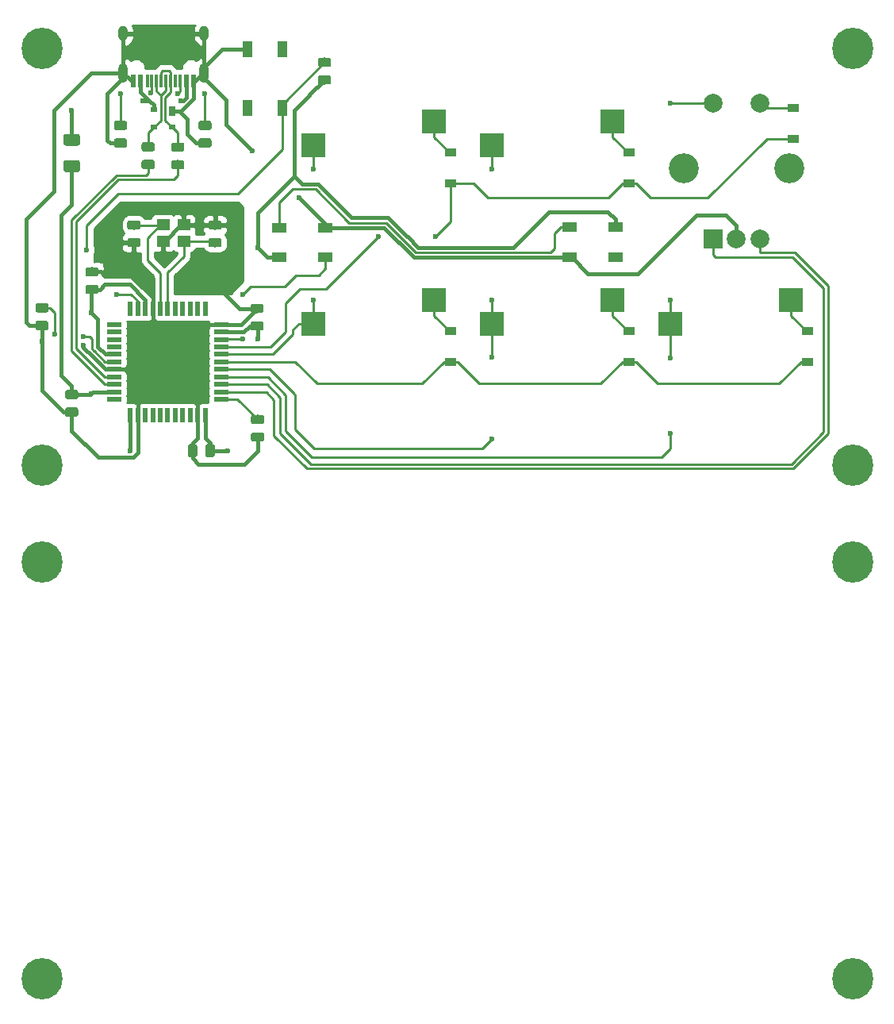
<source format=gbl>
G04 #@! TF.GenerationSoftware,KiCad,Pcbnew,(5.1.4)-1*
G04 #@! TF.CreationDate,2020-07-31T11:22:47-07:00*
G04 #@! TF.ProjectId,basic_macropad,62617369-635f-46d6-9163-726f7061642e,rev?*
G04 #@! TF.SameCoordinates,Original*
G04 #@! TF.FileFunction,Copper,L2,Bot*
G04 #@! TF.FilePolarity,Positive*
%FSLAX46Y46*%
G04 Gerber Fmt 4.6, Leading zero omitted, Abs format (unit mm)*
G04 Created by KiCad (PCBNEW (5.1.4)-1) date 2020-07-31 11:22:47*
%MOMM*%
%LPD*%
G04 APERTURE LIST*
%ADD10C,4.400000*%
%ADD11R,2.550000X2.500000*%
%ADD12R,2.000000X2.000000*%
%ADD13C,2.000000*%
%ADD14C,3.200000*%
%ADD15R,0.700000X1.000000*%
%ADD16R,0.700000X0.600000*%
%ADD17R,0.600000X1.450000*%
%ADD18R,0.300000X1.450000*%
%ADD19O,1.000000X2.100000*%
%ADD20O,1.000000X1.600000*%
%ADD21C,0.020000*%
%ADD22C,0.975000*%
%ADD23C,1.250000*%
%ADD24R,1.500000X1.000000*%
%ADD25R,1.200000X0.900000*%
%ADD26R,1.400000X1.200000*%
%ADD27R,0.550000X1.500000*%
%ADD28R,1.500000X0.550000*%
%ADD29R,1.100000X1.800000*%
%ADD30C,0.600000*%
%ADD31C,0.381000*%
%ADD32C,0.254000*%
G04 APERTURE END LIST*
D10*
X232568750Y-166687500D03*
X146050000Y-122237500D03*
X146050000Y-166687500D03*
X232568750Y-122237500D03*
X232568750Y-111918750D03*
X146050000Y-111918750D03*
X232568750Y-67468750D03*
X146050000Y-67468750D03*
D11*
X226028250Y-94234000D03*
X213101250Y-96774000D03*
X206978250Y-94234000D03*
X194051250Y-96774000D03*
X187928250Y-94234000D03*
X175001250Y-96774000D03*
X206978250Y-75184000D03*
X194051250Y-77724000D03*
X187928250Y-75184000D03*
X175001250Y-77724000D03*
D12*
X217678000Y-87757000D03*
D13*
X220178000Y-87757000D03*
X222678000Y-87757000D03*
D14*
X214578000Y-80257000D03*
X225778000Y-80257000D03*
D13*
X217678000Y-73257000D03*
X222678000Y-73257000D03*
D15*
X159972250Y-74148250D03*
D16*
X157972250Y-73948250D03*
X159972250Y-75848250D03*
X157972250Y-75848250D03*
D17*
X162260750Y-70941000D03*
X155810750Y-70941000D03*
X161485750Y-70941000D03*
X156585750Y-70941000D03*
D18*
X157285750Y-70941000D03*
X160785750Y-70941000D03*
X157785750Y-70941000D03*
X160285750Y-70941000D03*
X158285750Y-70941000D03*
X159785750Y-70941000D03*
X159285750Y-70941000D03*
X158785750Y-70941000D03*
D19*
X154715750Y-70026000D03*
X163355750Y-70026000D03*
D20*
X154715750Y-65846000D03*
X163355750Y-65846000D03*
D21*
G36*
X161039892Y-79349924D02*
G01*
X161063553Y-79353434D01*
X161086757Y-79359246D01*
X161109279Y-79367304D01*
X161130903Y-79377532D01*
X161151420Y-79389829D01*
X161170633Y-79404079D01*
X161188357Y-79420143D01*
X161204421Y-79437867D01*
X161218671Y-79457080D01*
X161230968Y-79477597D01*
X161241196Y-79499221D01*
X161249254Y-79521743D01*
X161255066Y-79544947D01*
X161258576Y-79568608D01*
X161259750Y-79592500D01*
X161259750Y-80080000D01*
X161258576Y-80103892D01*
X161255066Y-80127553D01*
X161249254Y-80150757D01*
X161241196Y-80173279D01*
X161230968Y-80194903D01*
X161218671Y-80215420D01*
X161204421Y-80234633D01*
X161188357Y-80252357D01*
X161170633Y-80268421D01*
X161151420Y-80282671D01*
X161130903Y-80294968D01*
X161109279Y-80305196D01*
X161086757Y-80313254D01*
X161063553Y-80319066D01*
X161039892Y-80322576D01*
X161016000Y-80323750D01*
X160103500Y-80323750D01*
X160079608Y-80322576D01*
X160055947Y-80319066D01*
X160032743Y-80313254D01*
X160010221Y-80305196D01*
X159988597Y-80294968D01*
X159968080Y-80282671D01*
X159948867Y-80268421D01*
X159931143Y-80252357D01*
X159915079Y-80234633D01*
X159900829Y-80215420D01*
X159888532Y-80194903D01*
X159878304Y-80173279D01*
X159870246Y-80150757D01*
X159864434Y-80127553D01*
X159860924Y-80103892D01*
X159859750Y-80080000D01*
X159859750Y-79592500D01*
X159860924Y-79568608D01*
X159864434Y-79544947D01*
X159870246Y-79521743D01*
X159878304Y-79499221D01*
X159888532Y-79477597D01*
X159900829Y-79457080D01*
X159915079Y-79437867D01*
X159931143Y-79420143D01*
X159948867Y-79404079D01*
X159968080Y-79389829D01*
X159988597Y-79377532D01*
X160010221Y-79367304D01*
X160032743Y-79359246D01*
X160055947Y-79353434D01*
X160079608Y-79349924D01*
X160103500Y-79348750D01*
X161016000Y-79348750D01*
X161039892Y-79349924D01*
X161039892Y-79349924D01*
G37*
D22*
X160559750Y-79836250D03*
D21*
G36*
X161039892Y-77474924D02*
G01*
X161063553Y-77478434D01*
X161086757Y-77484246D01*
X161109279Y-77492304D01*
X161130903Y-77502532D01*
X161151420Y-77514829D01*
X161170633Y-77529079D01*
X161188357Y-77545143D01*
X161204421Y-77562867D01*
X161218671Y-77582080D01*
X161230968Y-77602597D01*
X161241196Y-77624221D01*
X161249254Y-77646743D01*
X161255066Y-77669947D01*
X161258576Y-77693608D01*
X161259750Y-77717500D01*
X161259750Y-78205000D01*
X161258576Y-78228892D01*
X161255066Y-78252553D01*
X161249254Y-78275757D01*
X161241196Y-78298279D01*
X161230968Y-78319903D01*
X161218671Y-78340420D01*
X161204421Y-78359633D01*
X161188357Y-78377357D01*
X161170633Y-78393421D01*
X161151420Y-78407671D01*
X161130903Y-78419968D01*
X161109279Y-78430196D01*
X161086757Y-78438254D01*
X161063553Y-78444066D01*
X161039892Y-78447576D01*
X161016000Y-78448750D01*
X160103500Y-78448750D01*
X160079608Y-78447576D01*
X160055947Y-78444066D01*
X160032743Y-78438254D01*
X160010221Y-78430196D01*
X159988597Y-78419968D01*
X159968080Y-78407671D01*
X159948867Y-78393421D01*
X159931143Y-78377357D01*
X159915079Y-78359633D01*
X159900829Y-78340420D01*
X159888532Y-78319903D01*
X159878304Y-78298279D01*
X159870246Y-78275757D01*
X159864434Y-78252553D01*
X159860924Y-78228892D01*
X159859750Y-78205000D01*
X159859750Y-77717500D01*
X159860924Y-77693608D01*
X159864434Y-77669947D01*
X159870246Y-77646743D01*
X159878304Y-77624221D01*
X159888532Y-77602597D01*
X159900829Y-77582080D01*
X159915079Y-77562867D01*
X159931143Y-77545143D01*
X159948867Y-77529079D01*
X159968080Y-77514829D01*
X159988597Y-77502532D01*
X160010221Y-77492304D01*
X160032743Y-77484246D01*
X160055947Y-77478434D01*
X160079608Y-77474924D01*
X160103500Y-77473750D01*
X161016000Y-77473750D01*
X161039892Y-77474924D01*
X161039892Y-77474924D01*
G37*
D22*
X160559750Y-77961250D03*
D21*
G36*
X157864892Y-79324924D02*
G01*
X157888553Y-79328434D01*
X157911757Y-79334246D01*
X157934279Y-79342304D01*
X157955903Y-79352532D01*
X157976420Y-79364829D01*
X157995633Y-79379079D01*
X158013357Y-79395143D01*
X158029421Y-79412867D01*
X158043671Y-79432080D01*
X158055968Y-79452597D01*
X158066196Y-79474221D01*
X158074254Y-79496743D01*
X158080066Y-79519947D01*
X158083576Y-79543608D01*
X158084750Y-79567500D01*
X158084750Y-80055000D01*
X158083576Y-80078892D01*
X158080066Y-80102553D01*
X158074254Y-80125757D01*
X158066196Y-80148279D01*
X158055968Y-80169903D01*
X158043671Y-80190420D01*
X158029421Y-80209633D01*
X158013357Y-80227357D01*
X157995633Y-80243421D01*
X157976420Y-80257671D01*
X157955903Y-80269968D01*
X157934279Y-80280196D01*
X157911757Y-80288254D01*
X157888553Y-80294066D01*
X157864892Y-80297576D01*
X157841000Y-80298750D01*
X156928500Y-80298750D01*
X156904608Y-80297576D01*
X156880947Y-80294066D01*
X156857743Y-80288254D01*
X156835221Y-80280196D01*
X156813597Y-80269968D01*
X156793080Y-80257671D01*
X156773867Y-80243421D01*
X156756143Y-80227357D01*
X156740079Y-80209633D01*
X156725829Y-80190420D01*
X156713532Y-80169903D01*
X156703304Y-80148279D01*
X156695246Y-80125757D01*
X156689434Y-80102553D01*
X156685924Y-80078892D01*
X156684750Y-80055000D01*
X156684750Y-79567500D01*
X156685924Y-79543608D01*
X156689434Y-79519947D01*
X156695246Y-79496743D01*
X156703304Y-79474221D01*
X156713532Y-79452597D01*
X156725829Y-79432080D01*
X156740079Y-79412867D01*
X156756143Y-79395143D01*
X156773867Y-79379079D01*
X156793080Y-79364829D01*
X156813597Y-79352532D01*
X156835221Y-79342304D01*
X156857743Y-79334246D01*
X156880947Y-79328434D01*
X156904608Y-79324924D01*
X156928500Y-79323750D01*
X157841000Y-79323750D01*
X157864892Y-79324924D01*
X157864892Y-79324924D01*
G37*
D22*
X157384750Y-79811250D03*
D21*
G36*
X157864892Y-77449924D02*
G01*
X157888553Y-77453434D01*
X157911757Y-77459246D01*
X157934279Y-77467304D01*
X157955903Y-77477532D01*
X157976420Y-77489829D01*
X157995633Y-77504079D01*
X158013357Y-77520143D01*
X158029421Y-77537867D01*
X158043671Y-77557080D01*
X158055968Y-77577597D01*
X158066196Y-77599221D01*
X158074254Y-77621743D01*
X158080066Y-77644947D01*
X158083576Y-77668608D01*
X158084750Y-77692500D01*
X158084750Y-78180000D01*
X158083576Y-78203892D01*
X158080066Y-78227553D01*
X158074254Y-78250757D01*
X158066196Y-78273279D01*
X158055968Y-78294903D01*
X158043671Y-78315420D01*
X158029421Y-78334633D01*
X158013357Y-78352357D01*
X157995633Y-78368421D01*
X157976420Y-78382671D01*
X157955903Y-78394968D01*
X157934279Y-78405196D01*
X157911757Y-78413254D01*
X157888553Y-78419066D01*
X157864892Y-78422576D01*
X157841000Y-78423750D01*
X156928500Y-78423750D01*
X156904608Y-78422576D01*
X156880947Y-78419066D01*
X156857743Y-78413254D01*
X156835221Y-78405196D01*
X156813597Y-78394968D01*
X156793080Y-78382671D01*
X156773867Y-78368421D01*
X156756143Y-78352357D01*
X156740079Y-78334633D01*
X156725829Y-78315420D01*
X156713532Y-78294903D01*
X156703304Y-78273279D01*
X156695246Y-78250757D01*
X156689434Y-78227553D01*
X156685924Y-78203892D01*
X156684750Y-78180000D01*
X156684750Y-77692500D01*
X156685924Y-77668608D01*
X156689434Y-77644947D01*
X156695246Y-77621743D01*
X156703304Y-77599221D01*
X156713532Y-77577597D01*
X156725829Y-77557080D01*
X156740079Y-77537867D01*
X156756143Y-77520143D01*
X156773867Y-77504079D01*
X156793080Y-77489829D01*
X156813597Y-77477532D01*
X156835221Y-77467304D01*
X156857743Y-77459246D01*
X156880947Y-77453434D01*
X156904608Y-77449924D01*
X156928500Y-77448750D01*
X157841000Y-77448750D01*
X157864892Y-77449924D01*
X157864892Y-77449924D01*
G37*
D22*
X157384750Y-77936250D03*
D21*
G36*
X154912142Y-77032174D02*
G01*
X154935803Y-77035684D01*
X154959007Y-77041496D01*
X154981529Y-77049554D01*
X155003153Y-77059782D01*
X155023670Y-77072079D01*
X155042883Y-77086329D01*
X155060607Y-77102393D01*
X155076671Y-77120117D01*
X155090921Y-77139330D01*
X155103218Y-77159847D01*
X155113446Y-77181471D01*
X155121504Y-77203993D01*
X155127316Y-77227197D01*
X155130826Y-77250858D01*
X155132000Y-77274750D01*
X155132000Y-77762250D01*
X155130826Y-77786142D01*
X155127316Y-77809803D01*
X155121504Y-77833007D01*
X155113446Y-77855529D01*
X155103218Y-77877153D01*
X155090921Y-77897670D01*
X155076671Y-77916883D01*
X155060607Y-77934607D01*
X155042883Y-77950671D01*
X155023670Y-77964921D01*
X155003153Y-77977218D01*
X154981529Y-77987446D01*
X154959007Y-77995504D01*
X154935803Y-78001316D01*
X154912142Y-78004826D01*
X154888250Y-78006000D01*
X153975750Y-78006000D01*
X153951858Y-78004826D01*
X153928197Y-78001316D01*
X153904993Y-77995504D01*
X153882471Y-77987446D01*
X153860847Y-77977218D01*
X153840330Y-77964921D01*
X153821117Y-77950671D01*
X153803393Y-77934607D01*
X153787329Y-77916883D01*
X153773079Y-77897670D01*
X153760782Y-77877153D01*
X153750554Y-77855529D01*
X153742496Y-77833007D01*
X153736684Y-77809803D01*
X153733174Y-77786142D01*
X153732000Y-77762250D01*
X153732000Y-77274750D01*
X153733174Y-77250858D01*
X153736684Y-77227197D01*
X153742496Y-77203993D01*
X153750554Y-77181471D01*
X153760782Y-77159847D01*
X153773079Y-77139330D01*
X153787329Y-77120117D01*
X153803393Y-77102393D01*
X153821117Y-77086329D01*
X153840330Y-77072079D01*
X153860847Y-77059782D01*
X153882471Y-77049554D01*
X153904993Y-77041496D01*
X153928197Y-77035684D01*
X153951858Y-77032174D01*
X153975750Y-77031000D01*
X154888250Y-77031000D01*
X154912142Y-77032174D01*
X154912142Y-77032174D01*
G37*
D22*
X154432000Y-77518500D03*
D21*
G36*
X154912142Y-75157174D02*
G01*
X154935803Y-75160684D01*
X154959007Y-75166496D01*
X154981529Y-75174554D01*
X155003153Y-75184782D01*
X155023670Y-75197079D01*
X155042883Y-75211329D01*
X155060607Y-75227393D01*
X155076671Y-75245117D01*
X155090921Y-75264330D01*
X155103218Y-75284847D01*
X155113446Y-75306471D01*
X155121504Y-75328993D01*
X155127316Y-75352197D01*
X155130826Y-75375858D01*
X155132000Y-75399750D01*
X155132000Y-75887250D01*
X155130826Y-75911142D01*
X155127316Y-75934803D01*
X155121504Y-75958007D01*
X155113446Y-75980529D01*
X155103218Y-76002153D01*
X155090921Y-76022670D01*
X155076671Y-76041883D01*
X155060607Y-76059607D01*
X155042883Y-76075671D01*
X155023670Y-76089921D01*
X155003153Y-76102218D01*
X154981529Y-76112446D01*
X154959007Y-76120504D01*
X154935803Y-76126316D01*
X154912142Y-76129826D01*
X154888250Y-76131000D01*
X153975750Y-76131000D01*
X153951858Y-76129826D01*
X153928197Y-76126316D01*
X153904993Y-76120504D01*
X153882471Y-76112446D01*
X153860847Y-76102218D01*
X153840330Y-76089921D01*
X153821117Y-76075671D01*
X153803393Y-76059607D01*
X153787329Y-76041883D01*
X153773079Y-76022670D01*
X153760782Y-76002153D01*
X153750554Y-75980529D01*
X153742496Y-75958007D01*
X153736684Y-75934803D01*
X153733174Y-75911142D01*
X153732000Y-75887250D01*
X153732000Y-75399750D01*
X153733174Y-75375858D01*
X153736684Y-75352197D01*
X153742496Y-75328993D01*
X153750554Y-75306471D01*
X153760782Y-75284847D01*
X153773079Y-75264330D01*
X153787329Y-75245117D01*
X153803393Y-75227393D01*
X153821117Y-75211329D01*
X153840330Y-75197079D01*
X153860847Y-75184782D01*
X153882471Y-75174554D01*
X153904993Y-75166496D01*
X153928197Y-75160684D01*
X153951858Y-75157174D01*
X153975750Y-75156000D01*
X154888250Y-75156000D01*
X154912142Y-75157174D01*
X154912142Y-75157174D01*
G37*
D22*
X154432000Y-75643500D03*
D21*
G36*
X163929142Y-77032174D02*
G01*
X163952803Y-77035684D01*
X163976007Y-77041496D01*
X163998529Y-77049554D01*
X164020153Y-77059782D01*
X164040670Y-77072079D01*
X164059883Y-77086329D01*
X164077607Y-77102393D01*
X164093671Y-77120117D01*
X164107921Y-77139330D01*
X164120218Y-77159847D01*
X164130446Y-77181471D01*
X164138504Y-77203993D01*
X164144316Y-77227197D01*
X164147826Y-77250858D01*
X164149000Y-77274750D01*
X164149000Y-77762250D01*
X164147826Y-77786142D01*
X164144316Y-77809803D01*
X164138504Y-77833007D01*
X164130446Y-77855529D01*
X164120218Y-77877153D01*
X164107921Y-77897670D01*
X164093671Y-77916883D01*
X164077607Y-77934607D01*
X164059883Y-77950671D01*
X164040670Y-77964921D01*
X164020153Y-77977218D01*
X163998529Y-77987446D01*
X163976007Y-77995504D01*
X163952803Y-78001316D01*
X163929142Y-78004826D01*
X163905250Y-78006000D01*
X162992750Y-78006000D01*
X162968858Y-78004826D01*
X162945197Y-78001316D01*
X162921993Y-77995504D01*
X162899471Y-77987446D01*
X162877847Y-77977218D01*
X162857330Y-77964921D01*
X162838117Y-77950671D01*
X162820393Y-77934607D01*
X162804329Y-77916883D01*
X162790079Y-77897670D01*
X162777782Y-77877153D01*
X162767554Y-77855529D01*
X162759496Y-77833007D01*
X162753684Y-77809803D01*
X162750174Y-77786142D01*
X162749000Y-77762250D01*
X162749000Y-77274750D01*
X162750174Y-77250858D01*
X162753684Y-77227197D01*
X162759496Y-77203993D01*
X162767554Y-77181471D01*
X162777782Y-77159847D01*
X162790079Y-77139330D01*
X162804329Y-77120117D01*
X162820393Y-77102393D01*
X162838117Y-77086329D01*
X162857330Y-77072079D01*
X162877847Y-77059782D01*
X162899471Y-77049554D01*
X162921993Y-77041496D01*
X162945197Y-77035684D01*
X162968858Y-77032174D01*
X162992750Y-77031000D01*
X163905250Y-77031000D01*
X163929142Y-77032174D01*
X163929142Y-77032174D01*
G37*
D22*
X163449000Y-77518500D03*
D21*
G36*
X163929142Y-75157174D02*
G01*
X163952803Y-75160684D01*
X163976007Y-75166496D01*
X163998529Y-75174554D01*
X164020153Y-75184782D01*
X164040670Y-75197079D01*
X164059883Y-75211329D01*
X164077607Y-75227393D01*
X164093671Y-75245117D01*
X164107921Y-75264330D01*
X164120218Y-75284847D01*
X164130446Y-75306471D01*
X164138504Y-75328993D01*
X164144316Y-75352197D01*
X164147826Y-75375858D01*
X164149000Y-75399750D01*
X164149000Y-75887250D01*
X164147826Y-75911142D01*
X164144316Y-75934803D01*
X164138504Y-75958007D01*
X164130446Y-75980529D01*
X164120218Y-76002153D01*
X164107921Y-76022670D01*
X164093671Y-76041883D01*
X164077607Y-76059607D01*
X164059883Y-76075671D01*
X164040670Y-76089921D01*
X164020153Y-76102218D01*
X163998529Y-76112446D01*
X163976007Y-76120504D01*
X163952803Y-76126316D01*
X163929142Y-76129826D01*
X163905250Y-76131000D01*
X162992750Y-76131000D01*
X162968858Y-76129826D01*
X162945197Y-76126316D01*
X162921993Y-76120504D01*
X162899471Y-76112446D01*
X162877847Y-76102218D01*
X162857330Y-76089921D01*
X162838117Y-76075671D01*
X162820393Y-76059607D01*
X162804329Y-76041883D01*
X162790079Y-76022670D01*
X162777782Y-76002153D01*
X162767554Y-75980529D01*
X162759496Y-75958007D01*
X162753684Y-75934803D01*
X162750174Y-75911142D01*
X162749000Y-75887250D01*
X162749000Y-75399750D01*
X162750174Y-75375858D01*
X162753684Y-75352197D01*
X162759496Y-75328993D01*
X162767554Y-75306471D01*
X162777782Y-75284847D01*
X162790079Y-75264330D01*
X162804329Y-75245117D01*
X162820393Y-75227393D01*
X162838117Y-75211329D01*
X162857330Y-75197079D01*
X162877847Y-75184782D01*
X162899471Y-75174554D01*
X162921993Y-75166496D01*
X162945197Y-75160684D01*
X162968858Y-75157174D01*
X162992750Y-75156000D01*
X163905250Y-75156000D01*
X163929142Y-75157174D01*
X163929142Y-75157174D01*
G37*
D22*
X163449000Y-75643500D03*
D21*
G36*
X149874504Y-76557454D02*
G01*
X149898773Y-76561054D01*
X149922571Y-76567015D01*
X149945671Y-76575280D01*
X149967849Y-76585770D01*
X149988893Y-76598383D01*
X150008598Y-76612997D01*
X150026777Y-76629473D01*
X150043253Y-76647652D01*
X150057867Y-76667357D01*
X150070480Y-76688401D01*
X150080970Y-76710579D01*
X150089235Y-76733679D01*
X150095196Y-76757477D01*
X150098796Y-76781746D01*
X150100000Y-76806250D01*
X150100000Y-77556250D01*
X150098796Y-77580754D01*
X150095196Y-77605023D01*
X150089235Y-77628821D01*
X150080970Y-77651921D01*
X150070480Y-77674099D01*
X150057867Y-77695143D01*
X150043253Y-77714848D01*
X150026777Y-77733027D01*
X150008598Y-77749503D01*
X149988893Y-77764117D01*
X149967849Y-77776730D01*
X149945671Y-77787220D01*
X149922571Y-77795485D01*
X149898773Y-77801446D01*
X149874504Y-77805046D01*
X149850000Y-77806250D01*
X148600000Y-77806250D01*
X148575496Y-77805046D01*
X148551227Y-77801446D01*
X148527429Y-77795485D01*
X148504329Y-77787220D01*
X148482151Y-77776730D01*
X148461107Y-77764117D01*
X148441402Y-77749503D01*
X148423223Y-77733027D01*
X148406747Y-77714848D01*
X148392133Y-77695143D01*
X148379520Y-77674099D01*
X148369030Y-77651921D01*
X148360765Y-77628821D01*
X148354804Y-77605023D01*
X148351204Y-77580754D01*
X148350000Y-77556250D01*
X148350000Y-76806250D01*
X148351204Y-76781746D01*
X148354804Y-76757477D01*
X148360765Y-76733679D01*
X148369030Y-76710579D01*
X148379520Y-76688401D01*
X148392133Y-76667357D01*
X148406747Y-76647652D01*
X148423223Y-76629473D01*
X148441402Y-76612997D01*
X148461107Y-76598383D01*
X148482151Y-76585770D01*
X148504329Y-76575280D01*
X148527429Y-76567015D01*
X148551227Y-76561054D01*
X148575496Y-76557454D01*
X148600000Y-76556250D01*
X149850000Y-76556250D01*
X149874504Y-76557454D01*
X149874504Y-76557454D01*
G37*
D23*
X149225000Y-77181250D03*
D21*
G36*
X149874504Y-79357454D02*
G01*
X149898773Y-79361054D01*
X149922571Y-79367015D01*
X149945671Y-79375280D01*
X149967849Y-79385770D01*
X149988893Y-79398383D01*
X150008598Y-79412997D01*
X150026777Y-79429473D01*
X150043253Y-79447652D01*
X150057867Y-79467357D01*
X150070480Y-79488401D01*
X150080970Y-79510579D01*
X150089235Y-79533679D01*
X150095196Y-79557477D01*
X150098796Y-79581746D01*
X150100000Y-79606250D01*
X150100000Y-80356250D01*
X150098796Y-80380754D01*
X150095196Y-80405023D01*
X150089235Y-80428821D01*
X150080970Y-80451921D01*
X150070480Y-80474099D01*
X150057867Y-80495143D01*
X150043253Y-80514848D01*
X150026777Y-80533027D01*
X150008598Y-80549503D01*
X149988893Y-80564117D01*
X149967849Y-80576730D01*
X149945671Y-80587220D01*
X149922571Y-80595485D01*
X149898773Y-80601446D01*
X149874504Y-80605046D01*
X149850000Y-80606250D01*
X148600000Y-80606250D01*
X148575496Y-80605046D01*
X148551227Y-80601446D01*
X148527429Y-80595485D01*
X148504329Y-80587220D01*
X148482151Y-80576730D01*
X148461107Y-80564117D01*
X148441402Y-80549503D01*
X148423223Y-80533027D01*
X148406747Y-80514848D01*
X148392133Y-80495143D01*
X148379520Y-80474099D01*
X148369030Y-80451921D01*
X148360765Y-80428821D01*
X148354804Y-80405023D01*
X148351204Y-80380754D01*
X148350000Y-80356250D01*
X148350000Y-79606250D01*
X148351204Y-79581746D01*
X148354804Y-79557477D01*
X148360765Y-79533679D01*
X148369030Y-79510579D01*
X148379520Y-79488401D01*
X148392133Y-79467357D01*
X148406747Y-79447652D01*
X148423223Y-79429473D01*
X148441402Y-79412997D01*
X148461107Y-79398383D01*
X148482151Y-79385770D01*
X148504329Y-79375280D01*
X148527429Y-79367015D01*
X148551227Y-79361054D01*
X148575496Y-79357454D01*
X148600000Y-79356250D01*
X149850000Y-79356250D01*
X149874504Y-79357454D01*
X149874504Y-79357454D01*
G37*
D23*
X149225000Y-79981250D03*
D24*
X207237500Y-86506250D03*
X207237500Y-89706250D03*
X202337500Y-86506250D03*
X202337500Y-89706250D03*
X171381250Y-89738000D03*
X171381250Y-86538000D03*
X176281250Y-89738000D03*
X176281250Y-86538000D03*
D25*
X227806250Y-97568750D03*
X227806250Y-100868750D03*
X226218750Y-73756250D03*
X226218750Y-77056250D03*
D26*
X161183500Y-86272000D03*
X158983500Y-86272000D03*
X158983500Y-87972000D03*
X161183500Y-87972000D03*
D27*
X155480250Y-106569750D03*
X156280250Y-106569750D03*
X157080250Y-106569750D03*
X157880250Y-106569750D03*
X158680250Y-106569750D03*
X159480250Y-106569750D03*
X160280250Y-106569750D03*
X161080250Y-106569750D03*
X161880250Y-106569750D03*
X162680250Y-106569750D03*
X163480250Y-106569750D03*
D28*
X165180250Y-104869750D03*
X165180250Y-104069750D03*
X165180250Y-103269750D03*
X165180250Y-102469750D03*
X165180250Y-101669750D03*
X165180250Y-100869750D03*
X165180250Y-100069750D03*
X165180250Y-99269750D03*
X165180250Y-98469750D03*
X165180250Y-97669750D03*
X165180250Y-96869750D03*
D27*
X163480250Y-95169750D03*
X162680250Y-95169750D03*
X161880250Y-95169750D03*
X161080250Y-95169750D03*
X160280250Y-95169750D03*
X159480250Y-95169750D03*
X158680250Y-95169750D03*
X157880250Y-95169750D03*
X157080250Y-95169750D03*
X156280250Y-95169750D03*
X155480250Y-95169750D03*
D28*
X153780250Y-96869750D03*
X153780250Y-97669750D03*
X153780250Y-98469750D03*
X153780250Y-99269750D03*
X153780250Y-100069750D03*
X153780250Y-100869750D03*
X153780250Y-101669750D03*
X153780250Y-102469750D03*
X153780250Y-103269750D03*
X153780250Y-104069750D03*
X153780250Y-104869750D03*
D29*
X168012500Y-73743750D03*
X171712500Y-67543750D03*
X171712500Y-73743750D03*
X168012500Y-67543750D03*
D21*
G36*
X176692642Y-68426174D02*
G01*
X176716303Y-68429684D01*
X176739507Y-68435496D01*
X176762029Y-68443554D01*
X176783653Y-68453782D01*
X176804170Y-68466079D01*
X176823383Y-68480329D01*
X176841107Y-68496393D01*
X176857171Y-68514117D01*
X176871421Y-68533330D01*
X176883718Y-68553847D01*
X176893946Y-68575471D01*
X176902004Y-68597993D01*
X176907816Y-68621197D01*
X176911326Y-68644858D01*
X176912500Y-68668750D01*
X176912500Y-69156250D01*
X176911326Y-69180142D01*
X176907816Y-69203803D01*
X176902004Y-69227007D01*
X176893946Y-69249529D01*
X176883718Y-69271153D01*
X176871421Y-69291670D01*
X176857171Y-69310883D01*
X176841107Y-69328607D01*
X176823383Y-69344671D01*
X176804170Y-69358921D01*
X176783653Y-69371218D01*
X176762029Y-69381446D01*
X176739507Y-69389504D01*
X176716303Y-69395316D01*
X176692642Y-69398826D01*
X176668750Y-69400000D01*
X175756250Y-69400000D01*
X175732358Y-69398826D01*
X175708697Y-69395316D01*
X175685493Y-69389504D01*
X175662971Y-69381446D01*
X175641347Y-69371218D01*
X175620830Y-69358921D01*
X175601617Y-69344671D01*
X175583893Y-69328607D01*
X175567829Y-69310883D01*
X175553579Y-69291670D01*
X175541282Y-69271153D01*
X175531054Y-69249529D01*
X175522996Y-69227007D01*
X175517184Y-69203803D01*
X175513674Y-69180142D01*
X175512500Y-69156250D01*
X175512500Y-68668750D01*
X175513674Y-68644858D01*
X175517184Y-68621197D01*
X175522996Y-68597993D01*
X175531054Y-68575471D01*
X175541282Y-68553847D01*
X175553579Y-68533330D01*
X175567829Y-68514117D01*
X175583893Y-68496393D01*
X175601617Y-68480329D01*
X175620830Y-68466079D01*
X175641347Y-68453782D01*
X175662971Y-68443554D01*
X175685493Y-68435496D01*
X175708697Y-68429684D01*
X175732358Y-68426174D01*
X175756250Y-68425000D01*
X176668750Y-68425000D01*
X176692642Y-68426174D01*
X176692642Y-68426174D01*
G37*
D22*
X176212500Y-68912500D03*
D21*
G36*
X176692642Y-70301174D02*
G01*
X176716303Y-70304684D01*
X176739507Y-70310496D01*
X176762029Y-70318554D01*
X176783653Y-70328782D01*
X176804170Y-70341079D01*
X176823383Y-70355329D01*
X176841107Y-70371393D01*
X176857171Y-70389117D01*
X176871421Y-70408330D01*
X176883718Y-70428847D01*
X176893946Y-70450471D01*
X176902004Y-70472993D01*
X176907816Y-70496197D01*
X176911326Y-70519858D01*
X176912500Y-70543750D01*
X176912500Y-71031250D01*
X176911326Y-71055142D01*
X176907816Y-71078803D01*
X176902004Y-71102007D01*
X176893946Y-71124529D01*
X176883718Y-71146153D01*
X176871421Y-71166670D01*
X176857171Y-71185883D01*
X176841107Y-71203607D01*
X176823383Y-71219671D01*
X176804170Y-71233921D01*
X176783653Y-71246218D01*
X176762029Y-71256446D01*
X176739507Y-71264504D01*
X176716303Y-71270316D01*
X176692642Y-71273826D01*
X176668750Y-71275000D01*
X175756250Y-71275000D01*
X175732358Y-71273826D01*
X175708697Y-71270316D01*
X175685493Y-71264504D01*
X175662971Y-71256446D01*
X175641347Y-71246218D01*
X175620830Y-71233921D01*
X175601617Y-71219671D01*
X175583893Y-71203607D01*
X175567829Y-71185883D01*
X175553579Y-71166670D01*
X175541282Y-71146153D01*
X175531054Y-71124529D01*
X175522996Y-71102007D01*
X175517184Y-71078803D01*
X175513674Y-71055142D01*
X175512500Y-71031250D01*
X175512500Y-70543750D01*
X175513674Y-70519858D01*
X175517184Y-70496197D01*
X175522996Y-70472993D01*
X175531054Y-70450471D01*
X175541282Y-70428847D01*
X175553579Y-70408330D01*
X175567829Y-70389117D01*
X175583893Y-70371393D01*
X175601617Y-70355329D01*
X175620830Y-70341079D01*
X175641347Y-70328782D01*
X175662971Y-70318554D01*
X175685493Y-70310496D01*
X175708697Y-70304684D01*
X175732358Y-70301174D01*
X175756250Y-70300000D01*
X176668750Y-70300000D01*
X176692642Y-70301174D01*
X176692642Y-70301174D01*
G37*
D22*
X176212500Y-70787500D03*
D21*
G36*
X169548892Y-106526174D02*
G01*
X169572553Y-106529684D01*
X169595757Y-106535496D01*
X169618279Y-106543554D01*
X169639903Y-106553782D01*
X169660420Y-106566079D01*
X169679633Y-106580329D01*
X169697357Y-106596393D01*
X169713421Y-106614117D01*
X169727671Y-106633330D01*
X169739968Y-106653847D01*
X169750196Y-106675471D01*
X169758254Y-106697993D01*
X169764066Y-106721197D01*
X169767576Y-106744858D01*
X169768750Y-106768750D01*
X169768750Y-107256250D01*
X169767576Y-107280142D01*
X169764066Y-107303803D01*
X169758254Y-107327007D01*
X169750196Y-107349529D01*
X169739968Y-107371153D01*
X169727671Y-107391670D01*
X169713421Y-107410883D01*
X169697357Y-107428607D01*
X169679633Y-107444671D01*
X169660420Y-107458921D01*
X169639903Y-107471218D01*
X169618279Y-107481446D01*
X169595757Y-107489504D01*
X169572553Y-107495316D01*
X169548892Y-107498826D01*
X169525000Y-107500000D01*
X168612500Y-107500000D01*
X168588608Y-107498826D01*
X168564947Y-107495316D01*
X168541743Y-107489504D01*
X168519221Y-107481446D01*
X168497597Y-107471218D01*
X168477080Y-107458921D01*
X168457867Y-107444671D01*
X168440143Y-107428607D01*
X168424079Y-107410883D01*
X168409829Y-107391670D01*
X168397532Y-107371153D01*
X168387304Y-107349529D01*
X168379246Y-107327007D01*
X168373434Y-107303803D01*
X168369924Y-107280142D01*
X168368750Y-107256250D01*
X168368750Y-106768750D01*
X168369924Y-106744858D01*
X168373434Y-106721197D01*
X168379246Y-106697993D01*
X168387304Y-106675471D01*
X168397532Y-106653847D01*
X168409829Y-106633330D01*
X168424079Y-106614117D01*
X168440143Y-106596393D01*
X168457867Y-106580329D01*
X168477080Y-106566079D01*
X168497597Y-106553782D01*
X168519221Y-106543554D01*
X168541743Y-106535496D01*
X168564947Y-106529684D01*
X168588608Y-106526174D01*
X168612500Y-106525000D01*
X169525000Y-106525000D01*
X169548892Y-106526174D01*
X169548892Y-106526174D01*
G37*
D22*
X169068750Y-107012500D03*
D21*
G36*
X169548892Y-108401174D02*
G01*
X169572553Y-108404684D01*
X169595757Y-108410496D01*
X169618279Y-108418554D01*
X169639903Y-108428782D01*
X169660420Y-108441079D01*
X169679633Y-108455329D01*
X169697357Y-108471393D01*
X169713421Y-108489117D01*
X169727671Y-108508330D01*
X169739968Y-108528847D01*
X169750196Y-108550471D01*
X169758254Y-108572993D01*
X169764066Y-108596197D01*
X169767576Y-108619858D01*
X169768750Y-108643750D01*
X169768750Y-109131250D01*
X169767576Y-109155142D01*
X169764066Y-109178803D01*
X169758254Y-109202007D01*
X169750196Y-109224529D01*
X169739968Y-109246153D01*
X169727671Y-109266670D01*
X169713421Y-109285883D01*
X169697357Y-109303607D01*
X169679633Y-109319671D01*
X169660420Y-109333921D01*
X169639903Y-109346218D01*
X169618279Y-109356446D01*
X169595757Y-109364504D01*
X169572553Y-109370316D01*
X169548892Y-109373826D01*
X169525000Y-109375000D01*
X168612500Y-109375000D01*
X168588608Y-109373826D01*
X168564947Y-109370316D01*
X168541743Y-109364504D01*
X168519221Y-109356446D01*
X168497597Y-109346218D01*
X168477080Y-109333921D01*
X168457867Y-109319671D01*
X168440143Y-109303607D01*
X168424079Y-109285883D01*
X168409829Y-109266670D01*
X168397532Y-109246153D01*
X168387304Y-109224529D01*
X168379246Y-109202007D01*
X168373434Y-109178803D01*
X168369924Y-109155142D01*
X168368750Y-109131250D01*
X168368750Y-108643750D01*
X168369924Y-108619858D01*
X168373434Y-108596197D01*
X168379246Y-108572993D01*
X168387304Y-108550471D01*
X168397532Y-108528847D01*
X168409829Y-108508330D01*
X168424079Y-108489117D01*
X168440143Y-108471393D01*
X168457867Y-108455329D01*
X168477080Y-108441079D01*
X168497597Y-108428782D01*
X168519221Y-108418554D01*
X168541743Y-108410496D01*
X168564947Y-108404684D01*
X168588608Y-108401174D01*
X168612500Y-108400000D01*
X169525000Y-108400000D01*
X169548892Y-108401174D01*
X169548892Y-108401174D01*
G37*
D22*
X169068750Y-108887500D03*
D25*
X208756250Y-97568750D03*
X208756250Y-100868750D03*
X189706250Y-97568750D03*
X189706250Y-100868750D03*
X208756250Y-78518750D03*
X208756250Y-81818750D03*
X189706250Y-78518750D03*
X189706250Y-81818750D03*
D21*
G36*
X146530142Y-96494924D02*
G01*
X146553803Y-96498434D01*
X146577007Y-96504246D01*
X146599529Y-96512304D01*
X146621153Y-96522532D01*
X146641670Y-96534829D01*
X146660883Y-96549079D01*
X146678607Y-96565143D01*
X146694671Y-96582867D01*
X146708921Y-96602080D01*
X146721218Y-96622597D01*
X146731446Y-96644221D01*
X146739504Y-96666743D01*
X146745316Y-96689947D01*
X146748826Y-96713608D01*
X146750000Y-96737500D01*
X146750000Y-97225000D01*
X146748826Y-97248892D01*
X146745316Y-97272553D01*
X146739504Y-97295757D01*
X146731446Y-97318279D01*
X146721218Y-97339903D01*
X146708921Y-97360420D01*
X146694671Y-97379633D01*
X146678607Y-97397357D01*
X146660883Y-97413421D01*
X146641670Y-97427671D01*
X146621153Y-97439968D01*
X146599529Y-97450196D01*
X146577007Y-97458254D01*
X146553803Y-97464066D01*
X146530142Y-97467576D01*
X146506250Y-97468750D01*
X145593750Y-97468750D01*
X145569858Y-97467576D01*
X145546197Y-97464066D01*
X145522993Y-97458254D01*
X145500471Y-97450196D01*
X145478847Y-97439968D01*
X145458330Y-97427671D01*
X145439117Y-97413421D01*
X145421393Y-97397357D01*
X145405329Y-97379633D01*
X145391079Y-97360420D01*
X145378782Y-97339903D01*
X145368554Y-97318279D01*
X145360496Y-97295757D01*
X145354684Y-97272553D01*
X145351174Y-97248892D01*
X145350000Y-97225000D01*
X145350000Y-96737500D01*
X145351174Y-96713608D01*
X145354684Y-96689947D01*
X145360496Y-96666743D01*
X145368554Y-96644221D01*
X145378782Y-96622597D01*
X145391079Y-96602080D01*
X145405329Y-96582867D01*
X145421393Y-96565143D01*
X145439117Y-96549079D01*
X145458330Y-96534829D01*
X145478847Y-96522532D01*
X145500471Y-96512304D01*
X145522993Y-96504246D01*
X145546197Y-96498434D01*
X145569858Y-96494924D01*
X145593750Y-96493750D01*
X146506250Y-96493750D01*
X146530142Y-96494924D01*
X146530142Y-96494924D01*
G37*
D22*
X146050000Y-96981250D03*
D21*
G36*
X146530142Y-94619924D02*
G01*
X146553803Y-94623434D01*
X146577007Y-94629246D01*
X146599529Y-94637304D01*
X146621153Y-94647532D01*
X146641670Y-94659829D01*
X146660883Y-94674079D01*
X146678607Y-94690143D01*
X146694671Y-94707867D01*
X146708921Y-94727080D01*
X146721218Y-94747597D01*
X146731446Y-94769221D01*
X146739504Y-94791743D01*
X146745316Y-94814947D01*
X146748826Y-94838608D01*
X146750000Y-94862500D01*
X146750000Y-95350000D01*
X146748826Y-95373892D01*
X146745316Y-95397553D01*
X146739504Y-95420757D01*
X146731446Y-95443279D01*
X146721218Y-95464903D01*
X146708921Y-95485420D01*
X146694671Y-95504633D01*
X146678607Y-95522357D01*
X146660883Y-95538421D01*
X146641670Y-95552671D01*
X146621153Y-95564968D01*
X146599529Y-95575196D01*
X146577007Y-95583254D01*
X146553803Y-95589066D01*
X146530142Y-95592576D01*
X146506250Y-95593750D01*
X145593750Y-95593750D01*
X145569858Y-95592576D01*
X145546197Y-95589066D01*
X145522993Y-95583254D01*
X145500471Y-95575196D01*
X145478847Y-95564968D01*
X145458330Y-95552671D01*
X145439117Y-95538421D01*
X145421393Y-95522357D01*
X145405329Y-95504633D01*
X145391079Y-95485420D01*
X145378782Y-95464903D01*
X145368554Y-95443279D01*
X145360496Y-95420757D01*
X145354684Y-95397553D01*
X145351174Y-95373892D01*
X145350000Y-95350000D01*
X145350000Y-94862500D01*
X145351174Y-94838608D01*
X145354684Y-94814947D01*
X145360496Y-94791743D01*
X145368554Y-94769221D01*
X145378782Y-94747597D01*
X145391079Y-94727080D01*
X145405329Y-94707867D01*
X145421393Y-94690143D01*
X145439117Y-94674079D01*
X145458330Y-94659829D01*
X145478847Y-94647532D01*
X145500471Y-94637304D01*
X145522993Y-94629246D01*
X145546197Y-94623434D01*
X145569858Y-94619924D01*
X145593750Y-94618750D01*
X146506250Y-94618750D01*
X146530142Y-94619924D01*
X146530142Y-94619924D01*
G37*
D22*
X146050000Y-95106250D03*
D21*
G36*
X156340892Y-87668424D02*
G01*
X156364553Y-87671934D01*
X156387757Y-87677746D01*
X156410279Y-87685804D01*
X156431903Y-87696032D01*
X156452420Y-87708329D01*
X156471633Y-87722579D01*
X156489357Y-87738643D01*
X156505421Y-87756367D01*
X156519671Y-87775580D01*
X156531968Y-87796097D01*
X156542196Y-87817721D01*
X156550254Y-87840243D01*
X156556066Y-87863447D01*
X156559576Y-87887108D01*
X156560750Y-87911000D01*
X156560750Y-88398500D01*
X156559576Y-88422392D01*
X156556066Y-88446053D01*
X156550254Y-88469257D01*
X156542196Y-88491779D01*
X156531968Y-88513403D01*
X156519671Y-88533920D01*
X156505421Y-88553133D01*
X156489357Y-88570857D01*
X156471633Y-88586921D01*
X156452420Y-88601171D01*
X156431903Y-88613468D01*
X156410279Y-88623696D01*
X156387757Y-88631754D01*
X156364553Y-88637566D01*
X156340892Y-88641076D01*
X156317000Y-88642250D01*
X155404500Y-88642250D01*
X155380608Y-88641076D01*
X155356947Y-88637566D01*
X155333743Y-88631754D01*
X155311221Y-88623696D01*
X155289597Y-88613468D01*
X155269080Y-88601171D01*
X155249867Y-88586921D01*
X155232143Y-88570857D01*
X155216079Y-88553133D01*
X155201829Y-88533920D01*
X155189532Y-88513403D01*
X155179304Y-88491779D01*
X155171246Y-88469257D01*
X155165434Y-88446053D01*
X155161924Y-88422392D01*
X155160750Y-88398500D01*
X155160750Y-87911000D01*
X155161924Y-87887108D01*
X155165434Y-87863447D01*
X155171246Y-87840243D01*
X155179304Y-87817721D01*
X155189532Y-87796097D01*
X155201829Y-87775580D01*
X155216079Y-87756367D01*
X155232143Y-87738643D01*
X155249867Y-87722579D01*
X155269080Y-87708329D01*
X155289597Y-87696032D01*
X155311221Y-87685804D01*
X155333743Y-87677746D01*
X155356947Y-87671934D01*
X155380608Y-87668424D01*
X155404500Y-87667250D01*
X156317000Y-87667250D01*
X156340892Y-87668424D01*
X156340892Y-87668424D01*
G37*
D22*
X155860750Y-88154750D03*
D21*
G36*
X156340892Y-85793424D02*
G01*
X156364553Y-85796934D01*
X156387757Y-85802746D01*
X156410279Y-85810804D01*
X156431903Y-85821032D01*
X156452420Y-85833329D01*
X156471633Y-85847579D01*
X156489357Y-85863643D01*
X156505421Y-85881367D01*
X156519671Y-85900580D01*
X156531968Y-85921097D01*
X156542196Y-85942721D01*
X156550254Y-85965243D01*
X156556066Y-85988447D01*
X156559576Y-86012108D01*
X156560750Y-86036000D01*
X156560750Y-86523500D01*
X156559576Y-86547392D01*
X156556066Y-86571053D01*
X156550254Y-86594257D01*
X156542196Y-86616779D01*
X156531968Y-86638403D01*
X156519671Y-86658920D01*
X156505421Y-86678133D01*
X156489357Y-86695857D01*
X156471633Y-86711921D01*
X156452420Y-86726171D01*
X156431903Y-86738468D01*
X156410279Y-86748696D01*
X156387757Y-86756754D01*
X156364553Y-86762566D01*
X156340892Y-86766076D01*
X156317000Y-86767250D01*
X155404500Y-86767250D01*
X155380608Y-86766076D01*
X155356947Y-86762566D01*
X155333743Y-86756754D01*
X155311221Y-86748696D01*
X155289597Y-86738468D01*
X155269080Y-86726171D01*
X155249867Y-86711921D01*
X155232143Y-86695857D01*
X155216079Y-86678133D01*
X155201829Y-86658920D01*
X155189532Y-86638403D01*
X155179304Y-86616779D01*
X155171246Y-86594257D01*
X155165434Y-86571053D01*
X155161924Y-86547392D01*
X155160750Y-86523500D01*
X155160750Y-86036000D01*
X155161924Y-86012108D01*
X155165434Y-85988447D01*
X155171246Y-85965243D01*
X155179304Y-85942721D01*
X155189532Y-85921097D01*
X155201829Y-85900580D01*
X155216079Y-85881367D01*
X155232143Y-85863643D01*
X155249867Y-85847579D01*
X155269080Y-85833329D01*
X155289597Y-85821032D01*
X155311221Y-85810804D01*
X155333743Y-85802746D01*
X155356947Y-85796934D01*
X155380608Y-85793424D01*
X155404500Y-85792250D01*
X156317000Y-85792250D01*
X156340892Y-85793424D01*
X156340892Y-85793424D01*
G37*
D22*
X155860750Y-86279750D03*
D21*
G36*
X165008642Y-85793424D02*
G01*
X165032303Y-85796934D01*
X165055507Y-85802746D01*
X165078029Y-85810804D01*
X165099653Y-85821032D01*
X165120170Y-85833329D01*
X165139383Y-85847579D01*
X165157107Y-85863643D01*
X165173171Y-85881367D01*
X165187421Y-85900580D01*
X165199718Y-85921097D01*
X165209946Y-85942721D01*
X165218004Y-85965243D01*
X165223816Y-85988447D01*
X165227326Y-86012108D01*
X165228500Y-86036000D01*
X165228500Y-86523500D01*
X165227326Y-86547392D01*
X165223816Y-86571053D01*
X165218004Y-86594257D01*
X165209946Y-86616779D01*
X165199718Y-86638403D01*
X165187421Y-86658920D01*
X165173171Y-86678133D01*
X165157107Y-86695857D01*
X165139383Y-86711921D01*
X165120170Y-86726171D01*
X165099653Y-86738468D01*
X165078029Y-86748696D01*
X165055507Y-86756754D01*
X165032303Y-86762566D01*
X165008642Y-86766076D01*
X164984750Y-86767250D01*
X164072250Y-86767250D01*
X164048358Y-86766076D01*
X164024697Y-86762566D01*
X164001493Y-86756754D01*
X163978971Y-86748696D01*
X163957347Y-86738468D01*
X163936830Y-86726171D01*
X163917617Y-86711921D01*
X163899893Y-86695857D01*
X163883829Y-86678133D01*
X163869579Y-86658920D01*
X163857282Y-86638403D01*
X163847054Y-86616779D01*
X163838996Y-86594257D01*
X163833184Y-86571053D01*
X163829674Y-86547392D01*
X163828500Y-86523500D01*
X163828500Y-86036000D01*
X163829674Y-86012108D01*
X163833184Y-85988447D01*
X163838996Y-85965243D01*
X163847054Y-85942721D01*
X163857282Y-85921097D01*
X163869579Y-85900580D01*
X163883829Y-85881367D01*
X163899893Y-85863643D01*
X163917617Y-85847579D01*
X163936830Y-85833329D01*
X163957347Y-85821032D01*
X163978971Y-85810804D01*
X164001493Y-85802746D01*
X164024697Y-85796934D01*
X164048358Y-85793424D01*
X164072250Y-85792250D01*
X164984750Y-85792250D01*
X165008642Y-85793424D01*
X165008642Y-85793424D01*
G37*
D22*
X164528500Y-86279750D03*
D21*
G36*
X165008642Y-87668424D02*
G01*
X165032303Y-87671934D01*
X165055507Y-87677746D01*
X165078029Y-87685804D01*
X165099653Y-87696032D01*
X165120170Y-87708329D01*
X165139383Y-87722579D01*
X165157107Y-87738643D01*
X165173171Y-87756367D01*
X165187421Y-87775580D01*
X165199718Y-87796097D01*
X165209946Y-87817721D01*
X165218004Y-87840243D01*
X165223816Y-87863447D01*
X165227326Y-87887108D01*
X165228500Y-87911000D01*
X165228500Y-88398500D01*
X165227326Y-88422392D01*
X165223816Y-88446053D01*
X165218004Y-88469257D01*
X165209946Y-88491779D01*
X165199718Y-88513403D01*
X165187421Y-88533920D01*
X165173171Y-88553133D01*
X165157107Y-88570857D01*
X165139383Y-88586921D01*
X165120170Y-88601171D01*
X165099653Y-88613468D01*
X165078029Y-88623696D01*
X165055507Y-88631754D01*
X165032303Y-88637566D01*
X165008642Y-88641076D01*
X164984750Y-88642250D01*
X164072250Y-88642250D01*
X164048358Y-88641076D01*
X164024697Y-88637566D01*
X164001493Y-88631754D01*
X163978971Y-88623696D01*
X163957347Y-88613468D01*
X163936830Y-88601171D01*
X163917617Y-88586921D01*
X163899893Y-88570857D01*
X163883829Y-88553133D01*
X163869579Y-88533920D01*
X163857282Y-88513403D01*
X163847054Y-88491779D01*
X163838996Y-88469257D01*
X163833184Y-88446053D01*
X163829674Y-88422392D01*
X163828500Y-88398500D01*
X163828500Y-87911000D01*
X163829674Y-87887108D01*
X163833184Y-87863447D01*
X163838996Y-87840243D01*
X163847054Y-87817721D01*
X163857282Y-87796097D01*
X163869579Y-87775580D01*
X163883829Y-87756367D01*
X163899893Y-87738643D01*
X163917617Y-87722579D01*
X163936830Y-87708329D01*
X163957347Y-87696032D01*
X163978971Y-87685804D01*
X164001493Y-87677746D01*
X164024697Y-87671934D01*
X164048358Y-87668424D01*
X164072250Y-87667250D01*
X164984750Y-87667250D01*
X165008642Y-87668424D01*
X165008642Y-87668424D01*
G37*
D22*
X164528500Y-88154750D03*
D21*
G36*
X149705142Y-105734174D02*
G01*
X149728803Y-105737684D01*
X149752007Y-105743496D01*
X149774529Y-105751554D01*
X149796153Y-105761782D01*
X149816670Y-105774079D01*
X149835883Y-105788329D01*
X149853607Y-105804393D01*
X149869671Y-105822117D01*
X149883921Y-105841330D01*
X149896218Y-105861847D01*
X149906446Y-105883471D01*
X149914504Y-105905993D01*
X149920316Y-105929197D01*
X149923826Y-105952858D01*
X149925000Y-105976750D01*
X149925000Y-106464250D01*
X149923826Y-106488142D01*
X149920316Y-106511803D01*
X149914504Y-106535007D01*
X149906446Y-106557529D01*
X149896218Y-106579153D01*
X149883921Y-106599670D01*
X149869671Y-106618883D01*
X149853607Y-106636607D01*
X149835883Y-106652671D01*
X149816670Y-106666921D01*
X149796153Y-106679218D01*
X149774529Y-106689446D01*
X149752007Y-106697504D01*
X149728803Y-106703316D01*
X149705142Y-106706826D01*
X149681250Y-106708000D01*
X148768750Y-106708000D01*
X148744858Y-106706826D01*
X148721197Y-106703316D01*
X148697993Y-106697504D01*
X148675471Y-106689446D01*
X148653847Y-106679218D01*
X148633330Y-106666921D01*
X148614117Y-106652671D01*
X148596393Y-106636607D01*
X148580329Y-106618883D01*
X148566079Y-106599670D01*
X148553782Y-106579153D01*
X148543554Y-106557529D01*
X148535496Y-106535007D01*
X148529684Y-106511803D01*
X148526174Y-106488142D01*
X148525000Y-106464250D01*
X148525000Y-105976750D01*
X148526174Y-105952858D01*
X148529684Y-105929197D01*
X148535496Y-105905993D01*
X148543554Y-105883471D01*
X148553782Y-105861847D01*
X148566079Y-105841330D01*
X148580329Y-105822117D01*
X148596393Y-105804393D01*
X148614117Y-105788329D01*
X148633330Y-105774079D01*
X148653847Y-105761782D01*
X148675471Y-105751554D01*
X148697993Y-105743496D01*
X148721197Y-105737684D01*
X148744858Y-105734174D01*
X148768750Y-105733000D01*
X149681250Y-105733000D01*
X149705142Y-105734174D01*
X149705142Y-105734174D01*
G37*
D22*
X149225000Y-106220500D03*
D21*
G36*
X149705142Y-103859174D02*
G01*
X149728803Y-103862684D01*
X149752007Y-103868496D01*
X149774529Y-103876554D01*
X149796153Y-103886782D01*
X149816670Y-103899079D01*
X149835883Y-103913329D01*
X149853607Y-103929393D01*
X149869671Y-103947117D01*
X149883921Y-103966330D01*
X149896218Y-103986847D01*
X149906446Y-104008471D01*
X149914504Y-104030993D01*
X149920316Y-104054197D01*
X149923826Y-104077858D01*
X149925000Y-104101750D01*
X149925000Y-104589250D01*
X149923826Y-104613142D01*
X149920316Y-104636803D01*
X149914504Y-104660007D01*
X149906446Y-104682529D01*
X149896218Y-104704153D01*
X149883921Y-104724670D01*
X149869671Y-104743883D01*
X149853607Y-104761607D01*
X149835883Y-104777671D01*
X149816670Y-104791921D01*
X149796153Y-104804218D01*
X149774529Y-104814446D01*
X149752007Y-104822504D01*
X149728803Y-104828316D01*
X149705142Y-104831826D01*
X149681250Y-104833000D01*
X148768750Y-104833000D01*
X148744858Y-104831826D01*
X148721197Y-104828316D01*
X148697993Y-104822504D01*
X148675471Y-104814446D01*
X148653847Y-104804218D01*
X148633330Y-104791921D01*
X148614117Y-104777671D01*
X148596393Y-104761607D01*
X148580329Y-104743883D01*
X148566079Y-104724670D01*
X148553782Y-104704153D01*
X148543554Y-104682529D01*
X148535496Y-104660007D01*
X148529684Y-104636803D01*
X148526174Y-104613142D01*
X148525000Y-104589250D01*
X148525000Y-104101750D01*
X148526174Y-104077858D01*
X148529684Y-104054197D01*
X148535496Y-104030993D01*
X148543554Y-104008471D01*
X148553782Y-103986847D01*
X148566079Y-103966330D01*
X148580329Y-103947117D01*
X148596393Y-103929393D01*
X148614117Y-103913329D01*
X148633330Y-103899079D01*
X148653847Y-103886782D01*
X148675471Y-103876554D01*
X148697993Y-103868496D01*
X148721197Y-103862684D01*
X148744858Y-103859174D01*
X148768750Y-103858000D01*
X149681250Y-103858000D01*
X149705142Y-103859174D01*
X149705142Y-103859174D01*
G37*
D22*
X149225000Y-104345500D03*
D21*
G36*
X162398142Y-109632424D02*
G01*
X162421803Y-109635934D01*
X162445007Y-109641746D01*
X162467529Y-109649804D01*
X162489153Y-109660032D01*
X162509670Y-109672329D01*
X162528883Y-109686579D01*
X162546607Y-109702643D01*
X162562671Y-109720367D01*
X162576921Y-109739580D01*
X162589218Y-109760097D01*
X162599446Y-109781721D01*
X162607504Y-109804243D01*
X162613316Y-109827447D01*
X162616826Y-109851108D01*
X162618000Y-109875000D01*
X162618000Y-110787500D01*
X162616826Y-110811392D01*
X162613316Y-110835053D01*
X162607504Y-110858257D01*
X162599446Y-110880779D01*
X162589218Y-110902403D01*
X162576921Y-110922920D01*
X162562671Y-110942133D01*
X162546607Y-110959857D01*
X162528883Y-110975921D01*
X162509670Y-110990171D01*
X162489153Y-111002468D01*
X162467529Y-111012696D01*
X162445007Y-111020754D01*
X162421803Y-111026566D01*
X162398142Y-111030076D01*
X162374250Y-111031250D01*
X161886750Y-111031250D01*
X161862858Y-111030076D01*
X161839197Y-111026566D01*
X161815993Y-111020754D01*
X161793471Y-111012696D01*
X161771847Y-111002468D01*
X161751330Y-110990171D01*
X161732117Y-110975921D01*
X161714393Y-110959857D01*
X161698329Y-110942133D01*
X161684079Y-110922920D01*
X161671782Y-110902403D01*
X161661554Y-110880779D01*
X161653496Y-110858257D01*
X161647684Y-110835053D01*
X161644174Y-110811392D01*
X161643000Y-110787500D01*
X161643000Y-109875000D01*
X161644174Y-109851108D01*
X161647684Y-109827447D01*
X161653496Y-109804243D01*
X161661554Y-109781721D01*
X161671782Y-109760097D01*
X161684079Y-109739580D01*
X161698329Y-109720367D01*
X161714393Y-109702643D01*
X161732117Y-109686579D01*
X161751330Y-109672329D01*
X161771847Y-109660032D01*
X161793471Y-109649804D01*
X161815993Y-109641746D01*
X161839197Y-109635934D01*
X161862858Y-109632424D01*
X161886750Y-109631250D01*
X162374250Y-109631250D01*
X162398142Y-109632424D01*
X162398142Y-109632424D01*
G37*
D22*
X162130500Y-110331250D03*
D21*
G36*
X164273142Y-109632424D02*
G01*
X164296803Y-109635934D01*
X164320007Y-109641746D01*
X164342529Y-109649804D01*
X164364153Y-109660032D01*
X164384670Y-109672329D01*
X164403883Y-109686579D01*
X164421607Y-109702643D01*
X164437671Y-109720367D01*
X164451921Y-109739580D01*
X164464218Y-109760097D01*
X164474446Y-109781721D01*
X164482504Y-109804243D01*
X164488316Y-109827447D01*
X164491826Y-109851108D01*
X164493000Y-109875000D01*
X164493000Y-110787500D01*
X164491826Y-110811392D01*
X164488316Y-110835053D01*
X164482504Y-110858257D01*
X164474446Y-110880779D01*
X164464218Y-110902403D01*
X164451921Y-110922920D01*
X164437671Y-110942133D01*
X164421607Y-110959857D01*
X164403883Y-110975921D01*
X164384670Y-110990171D01*
X164364153Y-111002468D01*
X164342529Y-111012696D01*
X164320007Y-111020754D01*
X164296803Y-111026566D01*
X164273142Y-111030076D01*
X164249250Y-111031250D01*
X163761750Y-111031250D01*
X163737858Y-111030076D01*
X163714197Y-111026566D01*
X163690993Y-111020754D01*
X163668471Y-111012696D01*
X163646847Y-111002468D01*
X163626330Y-110990171D01*
X163607117Y-110975921D01*
X163589393Y-110959857D01*
X163573329Y-110942133D01*
X163559079Y-110922920D01*
X163546782Y-110902403D01*
X163536554Y-110880779D01*
X163528496Y-110858257D01*
X163522684Y-110835053D01*
X163519174Y-110811392D01*
X163518000Y-110787500D01*
X163518000Y-109875000D01*
X163519174Y-109851108D01*
X163522684Y-109827447D01*
X163528496Y-109804243D01*
X163536554Y-109781721D01*
X163546782Y-109760097D01*
X163559079Y-109739580D01*
X163573329Y-109720367D01*
X163589393Y-109702643D01*
X163607117Y-109686579D01*
X163626330Y-109672329D01*
X163646847Y-109660032D01*
X163668471Y-109649804D01*
X163690993Y-109641746D01*
X163714197Y-109635934D01*
X163737858Y-109632424D01*
X163761750Y-109631250D01*
X164249250Y-109631250D01*
X164273142Y-109632424D01*
X164273142Y-109632424D01*
G37*
D22*
X164005500Y-110331250D03*
D21*
G36*
X169485392Y-94683424D02*
G01*
X169509053Y-94686934D01*
X169532257Y-94692746D01*
X169554779Y-94700804D01*
X169576403Y-94711032D01*
X169596920Y-94723329D01*
X169616133Y-94737579D01*
X169633857Y-94753643D01*
X169649921Y-94771367D01*
X169664171Y-94790580D01*
X169676468Y-94811097D01*
X169686696Y-94832721D01*
X169694754Y-94855243D01*
X169700566Y-94878447D01*
X169704076Y-94902108D01*
X169705250Y-94926000D01*
X169705250Y-95413500D01*
X169704076Y-95437392D01*
X169700566Y-95461053D01*
X169694754Y-95484257D01*
X169686696Y-95506779D01*
X169676468Y-95528403D01*
X169664171Y-95548920D01*
X169649921Y-95568133D01*
X169633857Y-95585857D01*
X169616133Y-95601921D01*
X169596920Y-95616171D01*
X169576403Y-95628468D01*
X169554779Y-95638696D01*
X169532257Y-95646754D01*
X169509053Y-95652566D01*
X169485392Y-95656076D01*
X169461500Y-95657250D01*
X168549000Y-95657250D01*
X168525108Y-95656076D01*
X168501447Y-95652566D01*
X168478243Y-95646754D01*
X168455721Y-95638696D01*
X168434097Y-95628468D01*
X168413580Y-95616171D01*
X168394367Y-95601921D01*
X168376643Y-95585857D01*
X168360579Y-95568133D01*
X168346329Y-95548920D01*
X168334032Y-95528403D01*
X168323804Y-95506779D01*
X168315746Y-95484257D01*
X168309934Y-95461053D01*
X168306424Y-95437392D01*
X168305250Y-95413500D01*
X168305250Y-94926000D01*
X168306424Y-94902108D01*
X168309934Y-94878447D01*
X168315746Y-94855243D01*
X168323804Y-94832721D01*
X168334032Y-94811097D01*
X168346329Y-94790580D01*
X168360579Y-94771367D01*
X168376643Y-94753643D01*
X168394367Y-94737579D01*
X168413580Y-94723329D01*
X168434097Y-94711032D01*
X168455721Y-94700804D01*
X168478243Y-94692746D01*
X168501447Y-94686934D01*
X168525108Y-94683424D01*
X168549000Y-94682250D01*
X169461500Y-94682250D01*
X169485392Y-94683424D01*
X169485392Y-94683424D01*
G37*
D22*
X169005250Y-95169750D03*
D21*
G36*
X169485392Y-96558424D02*
G01*
X169509053Y-96561934D01*
X169532257Y-96567746D01*
X169554779Y-96575804D01*
X169576403Y-96586032D01*
X169596920Y-96598329D01*
X169616133Y-96612579D01*
X169633857Y-96628643D01*
X169649921Y-96646367D01*
X169664171Y-96665580D01*
X169676468Y-96686097D01*
X169686696Y-96707721D01*
X169694754Y-96730243D01*
X169700566Y-96753447D01*
X169704076Y-96777108D01*
X169705250Y-96801000D01*
X169705250Y-97288500D01*
X169704076Y-97312392D01*
X169700566Y-97336053D01*
X169694754Y-97359257D01*
X169686696Y-97381779D01*
X169676468Y-97403403D01*
X169664171Y-97423920D01*
X169649921Y-97443133D01*
X169633857Y-97460857D01*
X169616133Y-97476921D01*
X169596920Y-97491171D01*
X169576403Y-97503468D01*
X169554779Y-97513696D01*
X169532257Y-97521754D01*
X169509053Y-97527566D01*
X169485392Y-97531076D01*
X169461500Y-97532250D01*
X168549000Y-97532250D01*
X168525108Y-97531076D01*
X168501447Y-97527566D01*
X168478243Y-97521754D01*
X168455721Y-97513696D01*
X168434097Y-97503468D01*
X168413580Y-97491171D01*
X168394367Y-97476921D01*
X168376643Y-97460857D01*
X168360579Y-97443133D01*
X168346329Y-97423920D01*
X168334032Y-97403403D01*
X168323804Y-97381779D01*
X168315746Y-97359257D01*
X168309934Y-97336053D01*
X168306424Y-97312392D01*
X168305250Y-97288500D01*
X168305250Y-96801000D01*
X168306424Y-96777108D01*
X168309934Y-96753447D01*
X168315746Y-96730243D01*
X168323804Y-96707721D01*
X168334032Y-96686097D01*
X168346329Y-96665580D01*
X168360579Y-96646367D01*
X168376643Y-96628643D01*
X168394367Y-96612579D01*
X168413580Y-96598329D01*
X168434097Y-96586032D01*
X168455721Y-96575804D01*
X168478243Y-96567746D01*
X168501447Y-96561934D01*
X168525108Y-96558424D01*
X168549000Y-96557250D01*
X169461500Y-96557250D01*
X169485392Y-96558424D01*
X169485392Y-96558424D01*
G37*
D22*
X169005250Y-97044750D03*
D21*
G36*
X151864142Y-90778174D02*
G01*
X151887803Y-90781684D01*
X151911007Y-90787496D01*
X151933529Y-90795554D01*
X151955153Y-90805782D01*
X151975670Y-90818079D01*
X151994883Y-90832329D01*
X152012607Y-90848393D01*
X152028671Y-90866117D01*
X152042921Y-90885330D01*
X152055218Y-90905847D01*
X152065446Y-90927471D01*
X152073504Y-90949993D01*
X152079316Y-90973197D01*
X152082826Y-90996858D01*
X152084000Y-91020750D01*
X152084000Y-91508250D01*
X152082826Y-91532142D01*
X152079316Y-91555803D01*
X152073504Y-91579007D01*
X152065446Y-91601529D01*
X152055218Y-91623153D01*
X152042921Y-91643670D01*
X152028671Y-91662883D01*
X152012607Y-91680607D01*
X151994883Y-91696671D01*
X151975670Y-91710921D01*
X151955153Y-91723218D01*
X151933529Y-91733446D01*
X151911007Y-91741504D01*
X151887803Y-91747316D01*
X151864142Y-91750826D01*
X151840250Y-91752000D01*
X150927750Y-91752000D01*
X150903858Y-91750826D01*
X150880197Y-91747316D01*
X150856993Y-91741504D01*
X150834471Y-91733446D01*
X150812847Y-91723218D01*
X150792330Y-91710921D01*
X150773117Y-91696671D01*
X150755393Y-91680607D01*
X150739329Y-91662883D01*
X150725079Y-91643670D01*
X150712782Y-91623153D01*
X150702554Y-91601529D01*
X150694496Y-91579007D01*
X150688684Y-91555803D01*
X150685174Y-91532142D01*
X150684000Y-91508250D01*
X150684000Y-91020750D01*
X150685174Y-90996858D01*
X150688684Y-90973197D01*
X150694496Y-90949993D01*
X150702554Y-90927471D01*
X150712782Y-90905847D01*
X150725079Y-90885330D01*
X150739329Y-90866117D01*
X150755393Y-90848393D01*
X150773117Y-90832329D01*
X150792330Y-90818079D01*
X150812847Y-90805782D01*
X150834471Y-90795554D01*
X150856993Y-90787496D01*
X150880197Y-90781684D01*
X150903858Y-90778174D01*
X150927750Y-90777000D01*
X151840250Y-90777000D01*
X151864142Y-90778174D01*
X151864142Y-90778174D01*
G37*
D22*
X151384000Y-91264500D03*
D21*
G36*
X151864142Y-92653174D02*
G01*
X151887803Y-92656684D01*
X151911007Y-92662496D01*
X151933529Y-92670554D01*
X151955153Y-92680782D01*
X151975670Y-92693079D01*
X151994883Y-92707329D01*
X152012607Y-92723393D01*
X152028671Y-92741117D01*
X152042921Y-92760330D01*
X152055218Y-92780847D01*
X152065446Y-92802471D01*
X152073504Y-92824993D01*
X152079316Y-92848197D01*
X152082826Y-92871858D01*
X152084000Y-92895750D01*
X152084000Y-93383250D01*
X152082826Y-93407142D01*
X152079316Y-93430803D01*
X152073504Y-93454007D01*
X152065446Y-93476529D01*
X152055218Y-93498153D01*
X152042921Y-93518670D01*
X152028671Y-93537883D01*
X152012607Y-93555607D01*
X151994883Y-93571671D01*
X151975670Y-93585921D01*
X151955153Y-93598218D01*
X151933529Y-93608446D01*
X151911007Y-93616504D01*
X151887803Y-93622316D01*
X151864142Y-93625826D01*
X151840250Y-93627000D01*
X150927750Y-93627000D01*
X150903858Y-93625826D01*
X150880197Y-93622316D01*
X150856993Y-93616504D01*
X150834471Y-93608446D01*
X150812847Y-93598218D01*
X150792330Y-93585921D01*
X150773117Y-93571671D01*
X150755393Y-93555607D01*
X150739329Y-93537883D01*
X150725079Y-93518670D01*
X150712782Y-93498153D01*
X150702554Y-93476529D01*
X150694496Y-93454007D01*
X150688684Y-93430803D01*
X150685174Y-93407142D01*
X150684000Y-93383250D01*
X150684000Y-92895750D01*
X150685174Y-92871858D01*
X150688684Y-92848197D01*
X150694496Y-92824993D01*
X150702554Y-92802471D01*
X150712782Y-92780847D01*
X150725079Y-92760330D01*
X150739329Y-92741117D01*
X150755393Y-92723393D01*
X150773117Y-92707329D01*
X150792330Y-92693079D01*
X150812847Y-92680782D01*
X150834471Y-92670554D01*
X150856993Y-92662496D01*
X150880197Y-92656684D01*
X150903858Y-92653174D01*
X150927750Y-92652000D01*
X151840250Y-92652000D01*
X151864142Y-92653174D01*
X151864142Y-92653174D01*
G37*
D22*
X151384000Y-93139500D03*
D30*
X150495000Y-99060000D03*
X146050000Y-98679000D03*
X168529000Y-78359000D03*
X173482000Y-83312000D03*
X165893750Y-110331250D03*
X151352250Y-95662750D03*
X155480250Y-110330750D03*
X151352250Y-104235250D03*
X169068750Y-98393250D03*
X169068750Y-88677750D03*
X150495000Y-98171000D03*
X147443990Y-97917000D03*
X147443990Y-97917000D03*
X181991000Y-87503000D03*
X188087000Y-87503000D03*
X160909000Y-73025000D03*
X156845000Y-73025000D03*
X149225000Y-74041000D03*
X175001250Y-94238750D03*
X175006000Y-80264000D03*
X194051250Y-94238750D03*
X194056000Y-80264000D03*
X194056000Y-109093000D03*
X194056000Y-100330000D03*
X160528000Y-72263000D03*
X163449000Y-72263000D03*
X157694097Y-72194548D03*
X154432000Y-72263000D03*
X153987500Y-93662500D03*
X150812500Y-88900000D03*
X213101250Y-94238750D03*
X213128000Y-73257000D03*
X213106000Y-108458000D03*
X213106000Y-100457000D03*
X167481250Y-93662500D03*
X167481250Y-98425000D03*
D31*
X162440750Y-70941000D02*
X163355750Y-70026000D01*
X162260750Y-70941000D02*
X162440750Y-70941000D01*
X155630750Y-70941000D02*
X154715750Y-70026000D01*
X155810750Y-70941000D02*
X155630750Y-70941000D01*
X154715750Y-70026000D02*
X154715750Y-65846000D01*
X163355750Y-67027000D02*
X163355750Y-70026000D01*
X163355750Y-65846000D02*
X163355750Y-67027000D01*
X163355750Y-65846000D02*
X154715750Y-65846000D01*
X162260750Y-70941000D02*
X162260750Y-72752750D01*
X160865250Y-74148250D02*
X159972250Y-74148250D01*
X162260750Y-72752750D02*
X160865250Y-74148250D01*
X160880598Y-86272000D02*
X161183500Y-86272000D01*
X159180598Y-87972000D02*
X160880598Y-86272000D01*
X158983500Y-87972000D02*
X159180598Y-87972000D01*
X158975750Y-87964250D02*
X158983500Y-87972000D01*
X164520750Y-86272000D02*
X164528500Y-86279750D01*
X161183500Y-86272000D02*
X164520750Y-86272000D01*
X161183500Y-85291000D02*
X161183500Y-86272000D01*
X155860750Y-88154750D02*
X154766250Y-88154750D01*
X154463750Y-87852250D02*
X154463750Y-85312250D01*
X154766250Y-88154750D02*
X154463750Y-87852250D01*
X154463750Y-85312250D02*
X154844750Y-84931250D01*
X154844750Y-84931250D02*
X160823750Y-84931250D01*
X160823750Y-84931250D02*
X161183500Y-85291000D01*
X155860750Y-89947750D02*
X155860750Y-88154750D01*
X157880250Y-91967250D02*
X155860750Y-89947750D01*
X163192500Y-77518500D02*
X163449000Y-77518500D01*
X159972250Y-74148250D02*
X159972250Y-74298250D01*
X160703250Y-74148250D02*
X159972250Y-74148250D01*
X161544000Y-74989000D02*
X160703250Y-74148250D01*
X161544000Y-76581000D02*
X161544000Y-74989000D01*
X163449000Y-77518500D02*
X162481500Y-77518500D01*
X162481500Y-77518500D02*
X161544000Y-76581000D01*
X154715750Y-70576000D02*
X154715750Y-70026000D01*
X153035000Y-72256750D02*
X154715750Y-70576000D01*
X153035000Y-77216000D02*
X153035000Y-72256750D01*
X154432000Y-77518500D02*
X153337500Y-77518500D01*
X153337500Y-77518500D02*
X153035000Y-77216000D01*
X163355750Y-69476000D02*
X163355750Y-70026000D01*
X165288000Y-67543750D02*
X163355750Y-69476000D01*
X168012500Y-67543750D02*
X165288000Y-67543750D01*
X157880250Y-94038750D02*
X157880250Y-95169750D01*
X156258500Y-106591500D02*
X156280250Y-106569750D01*
X157880250Y-96300750D02*
X157880250Y-95169750D01*
X158449250Y-96869750D02*
X157880250Y-96300750D01*
X165180250Y-96869750D02*
X158449250Y-96869750D01*
X154977150Y-101669750D02*
X154911250Y-101669750D01*
X157880250Y-98766650D02*
X154977150Y-101669750D01*
X157880250Y-95169750D02*
X157880250Y-98766650D01*
X156280250Y-105438750D02*
X156280250Y-106569750D01*
X156280250Y-103038750D02*
X156280250Y-105438750D01*
X154911250Y-101669750D02*
X156280250Y-103038750D01*
X153780250Y-101669750D02*
X154911250Y-101669750D01*
X160280250Y-103038750D02*
X156280250Y-103038750D01*
X162680250Y-105438750D02*
X160280250Y-103038750D01*
X162680250Y-106569750D02*
X162680250Y-105438750D01*
X167305250Y-96869750D02*
X169005250Y-95169750D01*
X165180250Y-96869750D02*
X167305250Y-96869750D01*
X152852348Y-101669750D02*
X151462500Y-100279902D01*
X153780250Y-101669750D02*
X152852348Y-101669750D01*
X146050000Y-98679000D02*
X146050000Y-96981250D01*
X151462500Y-100279902D02*
X151460902Y-100279902D01*
X151460902Y-100279902D02*
X150495000Y-99314000D01*
X150495000Y-99314000D02*
X150495000Y-99060000D01*
X157880250Y-95169750D02*
X157880250Y-93999250D01*
X157880250Y-93999250D02*
X157880250Y-91967250D01*
X151384000Y-91264500D02*
X152351500Y-91264500D01*
X152351500Y-91264500D02*
X152781000Y-91694000D01*
X155575000Y-91694000D02*
X157880250Y-93999250D01*
X152781000Y-91694000D02*
X155575000Y-91694000D01*
X162130500Y-111131250D02*
X162759250Y-111760000D01*
X162130500Y-110331250D02*
X162130500Y-111131250D01*
X162759250Y-111760000D02*
X167640000Y-111760000D01*
X169068750Y-110331250D02*
X167640000Y-111760000D01*
X169068750Y-108887500D02*
X169068750Y-110331250D01*
X162130500Y-110331250D02*
X162130500Y-109522500D01*
X162680250Y-108972750D02*
X162680250Y-106569750D01*
X162130500Y-109522500D02*
X162680250Y-108972750D01*
X149270999Y-106281499D02*
X149225000Y-106235500D01*
X149295250Y-106165250D02*
X149225000Y-106235500D01*
X156280250Y-110560250D02*
X156280250Y-106569750D01*
X149225000Y-106220500D02*
X149225000Y-108204000D01*
X149225000Y-108204000D02*
X152042251Y-111021251D01*
X155811691Y-111021251D02*
X152042251Y-111021251D01*
X156272692Y-110560250D02*
X155811691Y-111021251D01*
X156280250Y-110560250D02*
X156272692Y-110560250D01*
X149225000Y-106220500D02*
X148384500Y-106220500D01*
X146050000Y-103886000D02*
X146050000Y-98679000D01*
X148384500Y-106220500D02*
X146050000Y-103886000D01*
X144733250Y-96981250D02*
X146050000Y-96981250D01*
X151335000Y-70026000D02*
X147320000Y-74041000D01*
X154715750Y-70026000D02*
X151335000Y-70026000D01*
X147320000Y-74041000D02*
X147320000Y-82677000D01*
X147320000Y-82677000D02*
X144399000Y-85598000D01*
X144399000Y-85598000D02*
X144399000Y-96647000D01*
X144399000Y-96647000D02*
X144733250Y-96981250D01*
X168529000Y-78359000D02*
X165735000Y-75565000D01*
X163355750Y-70576000D02*
X163355750Y-70026000D01*
X169005250Y-95169750D02*
X167178750Y-95169750D01*
X167178750Y-95169750D02*
X165481000Y-93472000D01*
X165481000Y-93472000D02*
X165481000Y-93091000D01*
X165735000Y-75565000D02*
X165735000Y-72955250D01*
X165735000Y-72955250D02*
X163355750Y-70576000D01*
X176281250Y-86111250D02*
X176281250Y-86538000D01*
X173482000Y-83312000D02*
X176281250Y-86111250D01*
X185750000Y-89706250D02*
X202337500Y-89706250D01*
X176281250Y-86538000D02*
X182581750Y-86538000D01*
X182581750Y-86538000D02*
X185750000Y-89706250D01*
X202587500Y-89706250D02*
X202337500Y-89706250D01*
X220178000Y-87757000D02*
X220178000Y-86342787D01*
X220178000Y-86342787D02*
X219052213Y-85217000D01*
X219052213Y-85217000D02*
X215900000Y-85217000D01*
X215900000Y-85217000D02*
X209677000Y-91440000D01*
X209677000Y-91440000D02*
X204321250Y-91440000D01*
X204321250Y-91440000D02*
X202587500Y-89706250D01*
X169005250Y-97044750D02*
X168205250Y-97044750D01*
X168941750Y-97108250D02*
X169005250Y-97044750D01*
X167580250Y-97669750D02*
X168205250Y-97044750D01*
X165180250Y-97669750D02*
X167580250Y-97669750D01*
X165893750Y-110331250D02*
X164005500Y-110331250D01*
X151352250Y-93171250D02*
X151384000Y-93139500D01*
X151352250Y-95662750D02*
X151352250Y-93171250D01*
X157080250Y-94241848D02*
X157080250Y-95169750D01*
X155421402Y-92583000D02*
X157080250Y-94241848D01*
X152781000Y-92583000D02*
X155421402Y-92583000D01*
X151384000Y-93139500D02*
X152224500Y-93139500D01*
X152224500Y-93139500D02*
X152781000Y-92583000D01*
X155480250Y-107917750D02*
X155480250Y-106569750D01*
X155480250Y-107917750D02*
X155480250Y-110330750D01*
X163480250Y-109006000D02*
X163480250Y-106569750D01*
X164005500Y-110331250D02*
X164005500Y-109531250D01*
X164005500Y-109531250D02*
X163480250Y-109006000D01*
X149225000Y-103378000D02*
X149225000Y-104345500D01*
X148134490Y-102287490D02*
X149225000Y-103378000D01*
X148134490Y-85228010D02*
X148134490Y-102287490D01*
X149225000Y-79981250D02*
X149225000Y-84137500D01*
X149225000Y-84137500D02*
X148134490Y-85228010D01*
X151242000Y-104345500D02*
X151352250Y-104235250D01*
X149225000Y-104345500D02*
X151242000Y-104345500D01*
X151517750Y-104069750D02*
X153780250Y-104069750D01*
X151352250Y-104235250D02*
X151517750Y-104069750D01*
X169068750Y-97108250D02*
X169005250Y-97044750D01*
X169068750Y-98393250D02*
X169068750Y-97108250D01*
X152019000Y-96329500D02*
X151352250Y-95662750D01*
X152019000Y-99236402D02*
X152019000Y-96329500D01*
X153780250Y-100069750D02*
X152852348Y-100069750D01*
X152852348Y-100069750D02*
X152019000Y-99236402D01*
X172974000Y-74041000D02*
X172974000Y-81026000D01*
X174625000Y-72390000D02*
X172974000Y-74041000D01*
X174625000Y-72375000D02*
X176212500Y-70787500D01*
X174625000Y-72390000D02*
X174625000Y-72375000D01*
X171381250Y-89738000D02*
X170129000Y-89738000D01*
X170129000Y-89738000D02*
X169068750Y-88677750D01*
X169068750Y-84931250D02*
X172974000Y-81026000D01*
X169068750Y-88677750D02*
X169068750Y-84931250D01*
X206448250Y-84836000D02*
X207237500Y-85625250D01*
X200152000Y-84836000D02*
X206448250Y-84836000D01*
X196342000Y-88646000D02*
X200152000Y-84836000D01*
X186182000Y-88646000D02*
X196342000Y-88646000D01*
X185067514Y-87531514D02*
X186182000Y-88646000D01*
X172974000Y-81026000D02*
X173853490Y-81905490D01*
X173853490Y-81905490D02*
X175504490Y-81905490D01*
X175504490Y-81905490D02*
X179101980Y-85502980D01*
X179101980Y-85502980D02*
X183010467Y-85502980D01*
X207237500Y-85625250D02*
X207237500Y-86506250D01*
X183010467Y-85502980D02*
X185039000Y-87531514D01*
X185039000Y-87531514D02*
X185067514Y-87531514D01*
D32*
X164345750Y-87972000D02*
X164528500Y-88154750D01*
X161183500Y-87972000D02*
X164345750Y-87972000D01*
X159480250Y-95169750D02*
X159480250Y-91344750D01*
X161183500Y-89641500D02*
X161183500Y-87972000D01*
X159480250Y-91344750D02*
X161183500Y-89641500D01*
X158975750Y-86279750D02*
X158983500Y-86272000D01*
X155860750Y-86279750D02*
X158975750Y-86279750D01*
X158680250Y-91370250D02*
X158680250Y-95169750D01*
X157353000Y-90043000D02*
X158680250Y-91370250D01*
X157353000Y-87630000D02*
X157353000Y-90043000D01*
X158983500Y-86272000D02*
X158711000Y-86272000D01*
X158711000Y-86272000D02*
X157353000Y-87630000D01*
X152966648Y-100869750D02*
X153780250Y-100869750D01*
X152784216Y-100869750D02*
X152966648Y-100869750D01*
X151130000Y-98171000D02*
X151384000Y-98425000D01*
X150495000Y-98171000D02*
X151130000Y-98171000D01*
X151384000Y-98425000D02*
X151384000Y-99471132D01*
X151384000Y-99471132D02*
X151607868Y-99695000D01*
X151607868Y-99695000D02*
X151609466Y-99695000D01*
X151609466Y-99695000D02*
X152784216Y-100869750D01*
X147443990Y-96500240D02*
X147447000Y-96497230D01*
X147443990Y-97917000D02*
X147443990Y-96500240D01*
X146050000Y-95106250D02*
X146922250Y-95106250D01*
X147443990Y-95627990D02*
X147443990Y-96500240D01*
X146922250Y-95106250D02*
X147443990Y-95627990D01*
X189556250Y-78518750D02*
X189706250Y-78518750D01*
X187928250Y-76890750D02*
X189556250Y-78518750D01*
X187928250Y-75184000D02*
X187928250Y-76890750D01*
X208756250Y-81818750D02*
X208025000Y-81818750D01*
X208025000Y-81818750D02*
X206500000Y-83343750D01*
X206500000Y-83343750D02*
X193675000Y-83343750D01*
X192150000Y-81818750D02*
X193675000Y-83343750D01*
X189706250Y-81818750D02*
X192150000Y-81818750D01*
X223425750Y-77056250D02*
X226218750Y-77056250D01*
X217138250Y-83343750D02*
X223425750Y-77056250D01*
X211012500Y-83343750D02*
X217138250Y-83343750D01*
X208756250Y-81818750D02*
X209487500Y-81818750D01*
X209487500Y-81818750D02*
X211012500Y-83343750D01*
X170478250Y-99269750D02*
X165180250Y-99269750D01*
X172085000Y-97663000D02*
X170478250Y-99269750D01*
X172085000Y-94615000D02*
X172085000Y-97663000D01*
X173609000Y-93091000D02*
X172085000Y-94615000D01*
X181991000Y-87503000D02*
X176403000Y-93091000D01*
X176403000Y-93091000D02*
X173609000Y-93091000D01*
X189706250Y-85883750D02*
X189706250Y-81818750D01*
X188087000Y-87503000D02*
X189706250Y-85883750D01*
X208606250Y-78518750D02*
X208756250Y-78518750D01*
X206978250Y-76890750D02*
X208606250Y-78518750D01*
X206978250Y-75184000D02*
X206978250Y-76890750D01*
X189556250Y-97568750D02*
X189706250Y-97568750D01*
X187928250Y-95940750D02*
X189556250Y-97568750D01*
X187928250Y-94234000D02*
X187928250Y-95940750D01*
X206978250Y-95738000D02*
X206978250Y-94234000D01*
X206978250Y-95940750D02*
X206978250Y-95738000D01*
X208606250Y-97568750D02*
X206978250Y-95940750D01*
X208756250Y-97568750D02*
X208606250Y-97568750D01*
D31*
X157972250Y-73948250D02*
X157972250Y-73453750D01*
X156585750Y-72067250D02*
X156585750Y-70941000D01*
X161485750Y-70941000D02*
X161485750Y-72706078D01*
X161485750Y-72706078D02*
X161481922Y-72706078D01*
X161481922Y-72706078D02*
X161163000Y-73025000D01*
X161163000Y-73025000D02*
X160909000Y-73025000D01*
X157480000Y-73025000D02*
X157511750Y-72993250D01*
X156845000Y-73025000D02*
X157480000Y-73025000D01*
X157972250Y-73453750D02*
X157511750Y-72993250D01*
X157511750Y-72993250D02*
X156585750Y-72067250D01*
X149225000Y-74041000D02*
X149225000Y-77181250D01*
D32*
X175001250Y-96774000D02*
X175001250Y-94238750D01*
X175006000Y-77728750D02*
X175001250Y-77724000D01*
X175006000Y-80264000D02*
X175006000Y-77728750D01*
X173472250Y-96774000D02*
X175001250Y-96774000D01*
X172847000Y-97399250D02*
X173472250Y-96774000D01*
X172847000Y-97917000D02*
X172847000Y-97399250D01*
X170694250Y-100069750D02*
X172847000Y-97917000D01*
X165180250Y-100069750D02*
X170694250Y-100069750D01*
X194051250Y-96774000D02*
X194051250Y-94238750D01*
X194056000Y-80264000D02*
X194056000Y-77728750D01*
X165180250Y-101669750D02*
X170376750Y-101669750D01*
X170376750Y-101669750D02*
X172974000Y-104267000D01*
X172974000Y-104267000D02*
X173101000Y-104394000D01*
X173101000Y-104394000D02*
X173101000Y-107950000D01*
X173101000Y-107950000D02*
X173101000Y-108077000D01*
X173101000Y-108077000D02*
X175133000Y-110109000D01*
X175133000Y-110109000D02*
X185801000Y-110109000D01*
X185801000Y-110109000D02*
X193040000Y-110109000D01*
X193040000Y-110109000D02*
X194056000Y-109093000D01*
X194056000Y-96778750D02*
X194051250Y-96774000D01*
X194056000Y-100330000D02*
X194056000Y-96778750D01*
X166926000Y-104869750D02*
X169068750Y-107012500D01*
X165180250Y-104869750D02*
X166926000Y-104869750D01*
X152776250Y-102469750D02*
X149733000Y-99426500D01*
X153780250Y-102469750D02*
X152776250Y-102469750D01*
X149733000Y-99426500D02*
X149733000Y-85859066D01*
X149733000Y-85859066D02*
X149927033Y-85665033D01*
X149927033Y-85665033D02*
X154175556Y-81416510D01*
X160137490Y-81416510D02*
X158740490Y-81416510D01*
X160559750Y-80994250D02*
X160137490Y-81416510D01*
X160559750Y-79836250D02*
X160559750Y-80994250D01*
X154175556Y-81416510D02*
X158740490Y-81416510D01*
X158740490Y-81416510D02*
X158867490Y-81416510D01*
X160785750Y-70941000D02*
X160785750Y-72005250D01*
X160785750Y-72005250D02*
X160528000Y-72263000D01*
X163449000Y-72263000D02*
X163449000Y-75643500D01*
X157384750Y-79811250D02*
X157384750Y-80740250D01*
X157384750Y-80740250D02*
X157162500Y-80962500D01*
X157162500Y-80962500D02*
X153987500Y-80962500D01*
X153987500Y-80962500D02*
X149225000Y-85725000D01*
X149225000Y-99718500D02*
X149225000Y-85725000D01*
X152776250Y-103269750D02*
X149225000Y-99718500D01*
X153780250Y-103269750D02*
X152776250Y-103269750D01*
X157785750Y-70941000D02*
X157785750Y-72102895D01*
X157785750Y-72102895D02*
X157694097Y-72194548D01*
X154432000Y-72263000D02*
X154432000Y-75643500D01*
X156280250Y-94356148D02*
X155586602Y-93662500D01*
X156280250Y-95169750D02*
X156280250Y-94356148D01*
X155586602Y-93662500D02*
X153987500Y-93662500D01*
X150812500Y-86296500D02*
X150812500Y-88900000D01*
X154178000Y-82931000D02*
X150812500Y-86296500D01*
X171712500Y-73743750D02*
X171712500Y-78223500D01*
X167005000Y-82931000D02*
X154178000Y-82931000D01*
X168736250Y-81106250D02*
X168783000Y-81153000D01*
X171712500Y-78223500D02*
X168783000Y-81153000D01*
X168783000Y-81153000D02*
X167005000Y-82931000D01*
X171712500Y-73412500D02*
X171712500Y-73743750D01*
X176212500Y-68912500D02*
X171712500Y-73412500D01*
X227656250Y-97568750D02*
X227806250Y-97568750D01*
X226028250Y-95940750D02*
X227656250Y-97568750D01*
X226028250Y-94234000D02*
X226028250Y-95940750D01*
X223177250Y-73756250D02*
X222678000Y-73257000D01*
X226218750Y-73756250D02*
X223177250Y-73756250D01*
X201441250Y-86506250D02*
X202337500Y-86506250D01*
X200371260Y-89188740D02*
X200787000Y-88773000D01*
X200787000Y-87160500D02*
X201441250Y-86506250D01*
X185964358Y-89188740D02*
X200371260Y-89188740D01*
X200787000Y-88773000D02*
X200787000Y-87160500D01*
X171381250Y-83888750D02*
X172847000Y-82423000D01*
X171381250Y-86538000D02*
X171381250Y-83888750D01*
X172847000Y-82423000D02*
X175260000Y-82423000D01*
X175260000Y-82423000D02*
X178857490Y-86020490D01*
X178857490Y-86020490D02*
X182796108Y-86020490D01*
X182796108Y-86020490D02*
X185964358Y-89188740D01*
X213101250Y-96774000D02*
X213101250Y-94238750D01*
X213128000Y-73257000D02*
X217678000Y-73257000D01*
X166184250Y-102469750D02*
X166203500Y-102489000D01*
X165180250Y-102469750D02*
X166184250Y-102469750D01*
X166203500Y-102489000D02*
X170180000Y-102489000D01*
X170180000Y-102489000D02*
X172085000Y-104394000D01*
X172085000Y-104394000D02*
X172085000Y-107823000D01*
X172085000Y-107823000D02*
X172085000Y-108204000D01*
X172085000Y-108204000D02*
X174879000Y-110998000D01*
X174879000Y-110998000D02*
X204343000Y-110998000D01*
X204343000Y-110998000D02*
X212217000Y-110998000D01*
X212217000Y-110998000D02*
X213106000Y-110109000D01*
X213106000Y-110109000D02*
X213106000Y-108458000D01*
X213106000Y-96778750D02*
X213101250Y-96774000D01*
X213106000Y-100457000D02*
X213106000Y-96778750D01*
X159285750Y-71920000D02*
X158752250Y-72453500D01*
X159285750Y-70941000D02*
X159285750Y-71920000D01*
X158285750Y-71987000D02*
X158285750Y-70941000D01*
X158752250Y-72453500D02*
X158285750Y-71987000D01*
X158752250Y-74514250D02*
X158750000Y-74516500D01*
X158752250Y-72453500D02*
X158752250Y-74514250D01*
X158750000Y-74516500D02*
X158750000Y-75120500D01*
X158022250Y-75848250D02*
X157972250Y-75848250D01*
X158750000Y-75120500D02*
X158022250Y-75848250D01*
X157384750Y-76435750D02*
X157972250Y-75848250D01*
X157384750Y-77936250D02*
X157384750Y-76435750D01*
X159762751Y-70963999D02*
X159785750Y-70941000D01*
X159204010Y-74729990D02*
X159204010Y-75130010D01*
X159206260Y-74727740D02*
X159204010Y-74729990D01*
X159206260Y-72641556D02*
X159206260Y-74727740D01*
X159922250Y-75848250D02*
X159972250Y-75848250D01*
X159204010Y-75130010D02*
X159922250Y-75848250D01*
X159785750Y-72062066D02*
X159785750Y-70941000D01*
X159206260Y-72641556D02*
X159785750Y-72062066D01*
X159785750Y-69962000D02*
X159610250Y-69786500D01*
X159785750Y-70941000D02*
X159785750Y-69962000D01*
X158785750Y-69962000D02*
X158785750Y-70941000D01*
X158785750Y-69941250D02*
X158785750Y-69962000D01*
X158940500Y-69786500D02*
X158785750Y-69941250D01*
X159610250Y-69786500D02*
X158940500Y-69786500D01*
X160559750Y-76435750D02*
X159972250Y-75848250D01*
X160559750Y-77961250D02*
X160559750Y-76435750D01*
X165225000Y-98425000D02*
X165180250Y-98469750D01*
X167481250Y-98425000D02*
X165225000Y-98425000D01*
X168306750Y-92837000D02*
X167481250Y-93662500D01*
X171958000Y-92837000D02*
X168306750Y-92837000D01*
X176281250Y-89738000D02*
X176281250Y-90926750D01*
X175577500Y-91630500D02*
X173164500Y-91630500D01*
X176281250Y-90926750D02*
X175577500Y-91630500D01*
X171958000Y-92837000D02*
X173164500Y-91630500D01*
X170071750Y-103269750D02*
X165180250Y-103269750D01*
X171450000Y-104648000D02*
X170071750Y-103269750D01*
X174752000Y-111760000D02*
X171450000Y-108458000D01*
X226060000Y-111760000D02*
X174752000Y-111760000D01*
X217678000Y-89408000D02*
X217932000Y-89662000D01*
X217678000Y-87757000D02*
X217678000Y-89408000D01*
X226187000Y-89662000D02*
X229489000Y-92964000D01*
X229489000Y-92964000D02*
X229489000Y-108331000D01*
X171450000Y-108458000D02*
X171450000Y-104648000D01*
X217932000Y-89662000D02*
X226187000Y-89662000D01*
X229489000Y-108331000D02*
X226060000Y-111760000D01*
X222706786Y-89199999D02*
X222678000Y-89171213D01*
X224490001Y-89199999D02*
X222706786Y-89199999D01*
X224497992Y-89207990D02*
X224490001Y-89199999D01*
X226375057Y-89207990D02*
X224497992Y-89207990D01*
X229943010Y-92775944D02*
X226375057Y-89207990D01*
X229943010Y-108519057D02*
X229943010Y-92775944D01*
X222678000Y-89171213D02*
X222678000Y-87757000D01*
X165180250Y-104069750D02*
X169982750Y-104069750D01*
X169982750Y-104069750D02*
X170815000Y-104902000D01*
X170815000Y-104902000D02*
X170815000Y-108712000D01*
X170815000Y-108712000D02*
X174317010Y-112214010D01*
X174317010Y-112214010D02*
X226248057Y-112214009D01*
X226248057Y-112214009D02*
X229943010Y-108519057D01*
X165180250Y-100869750D02*
X170592750Y-100869750D01*
X170592750Y-100869750D02*
X173101000Y-100869750D01*
X173101000Y-100869750D02*
X175418750Y-103187500D01*
X189706250Y-100868750D02*
X188975000Y-100868750D01*
X188975000Y-100868750D02*
X186656250Y-103187500D01*
X186656250Y-103187500D02*
X175418750Y-103187500D01*
X189706250Y-100868750D02*
X190437500Y-100868750D01*
X190437500Y-100868750D02*
X192756250Y-103187500D01*
X208756250Y-100868750D02*
X208025000Y-100868750D01*
X205706250Y-103187500D02*
X192756250Y-103187500D01*
X208025000Y-100868750D02*
X205706250Y-103187500D01*
X209487500Y-100868750D02*
X208756250Y-100868750D01*
X211806250Y-103187500D02*
X209487500Y-100868750D01*
X224756250Y-103187500D02*
X211806250Y-103187500D01*
X227806250Y-100868750D02*
X227075000Y-100868750D01*
X227075000Y-100868750D02*
X224756250Y-103187500D01*
G36*
X167513000Y-84380606D02*
G01*
X167513000Y-92276394D01*
X166190394Y-93599000D01*
X160242250Y-93599000D01*
X160242250Y-91660380D01*
X161695853Y-90206778D01*
X161724922Y-90182922D01*
X161820145Y-90066892D01*
X161890902Y-89934515D01*
X161934474Y-89790878D01*
X161945500Y-89678926D01*
X161945500Y-89678924D01*
X161949186Y-89641501D01*
X161945500Y-89604078D01*
X161945500Y-89203966D01*
X162007982Y-89197812D01*
X162127680Y-89161502D01*
X162237994Y-89102537D01*
X162334685Y-89023185D01*
X162414037Y-88926494D01*
X162473002Y-88816180D01*
X162497931Y-88734000D01*
X163256959Y-88734000D01*
X163257553Y-88735959D01*
X163339042Y-88888414D01*
X163448708Y-89022042D01*
X163582336Y-89131708D01*
X163734791Y-89213197D01*
X163900215Y-89263378D01*
X164072250Y-89280322D01*
X164984750Y-89280322D01*
X165156785Y-89263378D01*
X165322209Y-89213197D01*
X165474664Y-89131708D01*
X165608292Y-89022042D01*
X165717958Y-88888414D01*
X165799447Y-88735959D01*
X165849628Y-88570535D01*
X165866572Y-88398500D01*
X165866572Y-87911000D01*
X165849628Y-87738965D01*
X165799447Y-87573541D01*
X165717958Y-87421086D01*
X165608292Y-87287458D01*
X165601936Y-87282242D01*
X165679685Y-87218435D01*
X165759037Y-87121744D01*
X165818002Y-87011430D01*
X165854312Y-86891732D01*
X165866572Y-86767250D01*
X165863500Y-86565500D01*
X165704750Y-86406750D01*
X164655500Y-86406750D01*
X164655500Y-86426750D01*
X164401500Y-86426750D01*
X164401500Y-86406750D01*
X163352250Y-86406750D01*
X163193500Y-86565500D01*
X163190428Y-86767250D01*
X163202688Y-86891732D01*
X163238998Y-87011430D01*
X163297963Y-87121744D01*
X163370393Y-87210000D01*
X162497931Y-87210000D01*
X162473002Y-87127820D01*
X162469891Y-87122000D01*
X162473002Y-87116180D01*
X162509312Y-86996482D01*
X162521572Y-86872000D01*
X162518500Y-86557750D01*
X162359750Y-86399000D01*
X161310500Y-86399000D01*
X161310500Y-86419000D01*
X161056500Y-86419000D01*
X161056500Y-86399000D01*
X161036500Y-86399000D01*
X161036500Y-86145000D01*
X161056500Y-86145000D01*
X161056500Y-85195750D01*
X161310500Y-85195750D01*
X161310500Y-86145000D01*
X162359750Y-86145000D01*
X162518500Y-85986250D01*
X162520396Y-85792250D01*
X163190428Y-85792250D01*
X163193500Y-85994000D01*
X163352250Y-86152750D01*
X164401500Y-86152750D01*
X164401500Y-85316000D01*
X164655500Y-85316000D01*
X164655500Y-86152750D01*
X165704750Y-86152750D01*
X165863500Y-85994000D01*
X165866572Y-85792250D01*
X165854312Y-85667768D01*
X165818002Y-85548070D01*
X165759037Y-85437756D01*
X165679685Y-85341065D01*
X165582994Y-85261713D01*
X165472680Y-85202748D01*
X165352982Y-85166438D01*
X165228500Y-85154178D01*
X164814250Y-85157250D01*
X164655500Y-85316000D01*
X164401500Y-85316000D01*
X164242750Y-85157250D01*
X163828500Y-85154178D01*
X163704018Y-85166438D01*
X163584320Y-85202748D01*
X163474006Y-85261713D01*
X163377315Y-85341065D01*
X163297963Y-85437756D01*
X163238998Y-85548070D01*
X163202688Y-85667768D01*
X163190428Y-85792250D01*
X162520396Y-85792250D01*
X162521572Y-85672000D01*
X162509312Y-85547518D01*
X162473002Y-85427820D01*
X162414037Y-85317506D01*
X162334685Y-85220815D01*
X162237994Y-85141463D01*
X162127680Y-85082498D01*
X162007982Y-85046188D01*
X161883500Y-85033928D01*
X161469250Y-85037000D01*
X161310500Y-85195750D01*
X161056500Y-85195750D01*
X160897750Y-85037000D01*
X160483500Y-85033928D01*
X160359018Y-85046188D01*
X160239320Y-85082498D01*
X160129006Y-85141463D01*
X160083500Y-85178809D01*
X160037994Y-85141463D01*
X159927680Y-85082498D01*
X159807982Y-85046188D01*
X159683500Y-85033928D01*
X158283500Y-85033928D01*
X158159018Y-85046188D01*
X158039320Y-85082498D01*
X157929006Y-85141463D01*
X157832315Y-85220815D01*
X157752963Y-85317506D01*
X157693998Y-85427820D01*
X157666718Y-85517750D01*
X157026953Y-85517750D01*
X156940542Y-85412458D01*
X156806914Y-85302792D01*
X156654459Y-85221303D01*
X156489035Y-85171122D01*
X156317000Y-85154178D01*
X155404500Y-85154178D01*
X155232465Y-85171122D01*
X155067041Y-85221303D01*
X154914586Y-85302792D01*
X154780958Y-85412458D01*
X154671292Y-85546086D01*
X154589803Y-85698541D01*
X154539622Y-85863965D01*
X154522678Y-86036000D01*
X154522678Y-86523500D01*
X154539622Y-86695535D01*
X154589803Y-86860959D01*
X154671292Y-87013414D01*
X154780958Y-87147042D01*
X154787314Y-87152258D01*
X154709565Y-87216065D01*
X154630213Y-87312756D01*
X154571248Y-87423070D01*
X154534938Y-87542768D01*
X154522678Y-87667250D01*
X154525750Y-87869000D01*
X154684500Y-88027750D01*
X155733750Y-88027750D01*
X155733750Y-88007750D01*
X155987750Y-88007750D01*
X155987750Y-88027750D01*
X156007750Y-88027750D01*
X156007750Y-88281750D01*
X155987750Y-88281750D01*
X155987750Y-89118500D01*
X156146500Y-89277250D01*
X156560750Y-89280322D01*
X156591001Y-89277343D01*
X156591001Y-90005567D01*
X156587314Y-90043000D01*
X156602027Y-90192378D01*
X156645599Y-90336015D01*
X156716355Y-90468392D01*
X156769230Y-90532820D01*
X156811579Y-90584422D01*
X156840649Y-90608279D01*
X157918250Y-91685881D01*
X157918251Y-93599000D01*
X157604835Y-93599000D01*
X156033800Y-92027966D01*
X156007943Y-91996459D01*
X155882244Y-91893301D01*
X155738836Y-91816647D01*
X155583228Y-91769444D01*
X155461955Y-91757500D01*
X155461952Y-91757500D01*
X155421402Y-91753506D01*
X155380852Y-91757500D01*
X152821550Y-91757500D01*
X152781000Y-91753506D01*
X152740449Y-91757500D01*
X152740447Y-91757500D01*
X152721345Y-91759381D01*
X152722072Y-91752000D01*
X152719000Y-91550250D01*
X152654000Y-91485250D01*
X152654000Y-91043750D01*
X152719000Y-90978750D01*
X152722072Y-90777000D01*
X152709812Y-90652518D01*
X152673502Y-90532820D01*
X152654000Y-90496335D01*
X152654000Y-90297000D01*
X152651560Y-90272224D01*
X152644333Y-90248399D01*
X152632597Y-90226443D01*
X152616803Y-90207197D01*
X152597557Y-90191403D01*
X152575601Y-90179667D01*
X152551776Y-90172440D01*
X152527000Y-90170000D01*
X152270497Y-90170000D01*
X152208482Y-90151188D01*
X152084000Y-90138928D01*
X151669750Y-90142000D01*
X151641750Y-90170000D01*
X151638000Y-90170000D01*
X151638000Y-89347508D01*
X151641086Y-89342889D01*
X151711568Y-89172729D01*
X151747500Y-88992089D01*
X151747500Y-88807911D01*
X151714548Y-88642250D01*
X154522678Y-88642250D01*
X154534938Y-88766732D01*
X154571248Y-88886430D01*
X154630213Y-88996744D01*
X154709565Y-89093435D01*
X154806256Y-89172787D01*
X154916570Y-89231752D01*
X155036268Y-89268062D01*
X155160750Y-89280322D01*
X155575000Y-89277250D01*
X155733750Y-89118500D01*
X155733750Y-88281750D01*
X154684500Y-88281750D01*
X154525750Y-88440500D01*
X154522678Y-88642250D01*
X151714548Y-88642250D01*
X151711568Y-88627271D01*
X151641086Y-88457111D01*
X151638000Y-88452492D01*
X151638000Y-86666606D01*
X154484606Y-83820000D01*
X166952394Y-83820000D01*
X167513000Y-84380606D01*
X167513000Y-84380606D01*
G37*
X167513000Y-84380606D02*
X167513000Y-92276394D01*
X166190394Y-93599000D01*
X160242250Y-93599000D01*
X160242250Y-91660380D01*
X161695853Y-90206778D01*
X161724922Y-90182922D01*
X161820145Y-90066892D01*
X161890902Y-89934515D01*
X161934474Y-89790878D01*
X161945500Y-89678926D01*
X161945500Y-89678924D01*
X161949186Y-89641501D01*
X161945500Y-89604078D01*
X161945500Y-89203966D01*
X162007982Y-89197812D01*
X162127680Y-89161502D01*
X162237994Y-89102537D01*
X162334685Y-89023185D01*
X162414037Y-88926494D01*
X162473002Y-88816180D01*
X162497931Y-88734000D01*
X163256959Y-88734000D01*
X163257553Y-88735959D01*
X163339042Y-88888414D01*
X163448708Y-89022042D01*
X163582336Y-89131708D01*
X163734791Y-89213197D01*
X163900215Y-89263378D01*
X164072250Y-89280322D01*
X164984750Y-89280322D01*
X165156785Y-89263378D01*
X165322209Y-89213197D01*
X165474664Y-89131708D01*
X165608292Y-89022042D01*
X165717958Y-88888414D01*
X165799447Y-88735959D01*
X165849628Y-88570535D01*
X165866572Y-88398500D01*
X165866572Y-87911000D01*
X165849628Y-87738965D01*
X165799447Y-87573541D01*
X165717958Y-87421086D01*
X165608292Y-87287458D01*
X165601936Y-87282242D01*
X165679685Y-87218435D01*
X165759037Y-87121744D01*
X165818002Y-87011430D01*
X165854312Y-86891732D01*
X165866572Y-86767250D01*
X165863500Y-86565500D01*
X165704750Y-86406750D01*
X164655500Y-86406750D01*
X164655500Y-86426750D01*
X164401500Y-86426750D01*
X164401500Y-86406750D01*
X163352250Y-86406750D01*
X163193500Y-86565500D01*
X163190428Y-86767250D01*
X163202688Y-86891732D01*
X163238998Y-87011430D01*
X163297963Y-87121744D01*
X163370393Y-87210000D01*
X162497931Y-87210000D01*
X162473002Y-87127820D01*
X162469891Y-87122000D01*
X162473002Y-87116180D01*
X162509312Y-86996482D01*
X162521572Y-86872000D01*
X162518500Y-86557750D01*
X162359750Y-86399000D01*
X161310500Y-86399000D01*
X161310500Y-86419000D01*
X161056500Y-86419000D01*
X161056500Y-86399000D01*
X161036500Y-86399000D01*
X161036500Y-86145000D01*
X161056500Y-86145000D01*
X161056500Y-85195750D01*
X161310500Y-85195750D01*
X161310500Y-86145000D01*
X162359750Y-86145000D01*
X162518500Y-85986250D01*
X162520396Y-85792250D01*
X163190428Y-85792250D01*
X163193500Y-85994000D01*
X163352250Y-86152750D01*
X164401500Y-86152750D01*
X164401500Y-85316000D01*
X164655500Y-85316000D01*
X164655500Y-86152750D01*
X165704750Y-86152750D01*
X165863500Y-85994000D01*
X165866572Y-85792250D01*
X165854312Y-85667768D01*
X165818002Y-85548070D01*
X165759037Y-85437756D01*
X165679685Y-85341065D01*
X165582994Y-85261713D01*
X165472680Y-85202748D01*
X165352982Y-85166438D01*
X165228500Y-85154178D01*
X164814250Y-85157250D01*
X164655500Y-85316000D01*
X164401500Y-85316000D01*
X164242750Y-85157250D01*
X163828500Y-85154178D01*
X163704018Y-85166438D01*
X163584320Y-85202748D01*
X163474006Y-85261713D01*
X163377315Y-85341065D01*
X163297963Y-85437756D01*
X163238998Y-85548070D01*
X163202688Y-85667768D01*
X163190428Y-85792250D01*
X162520396Y-85792250D01*
X162521572Y-85672000D01*
X162509312Y-85547518D01*
X162473002Y-85427820D01*
X162414037Y-85317506D01*
X162334685Y-85220815D01*
X162237994Y-85141463D01*
X162127680Y-85082498D01*
X162007982Y-85046188D01*
X161883500Y-85033928D01*
X161469250Y-85037000D01*
X161310500Y-85195750D01*
X161056500Y-85195750D01*
X160897750Y-85037000D01*
X160483500Y-85033928D01*
X160359018Y-85046188D01*
X160239320Y-85082498D01*
X160129006Y-85141463D01*
X160083500Y-85178809D01*
X160037994Y-85141463D01*
X159927680Y-85082498D01*
X159807982Y-85046188D01*
X159683500Y-85033928D01*
X158283500Y-85033928D01*
X158159018Y-85046188D01*
X158039320Y-85082498D01*
X157929006Y-85141463D01*
X157832315Y-85220815D01*
X157752963Y-85317506D01*
X157693998Y-85427820D01*
X157666718Y-85517750D01*
X157026953Y-85517750D01*
X156940542Y-85412458D01*
X156806914Y-85302792D01*
X156654459Y-85221303D01*
X156489035Y-85171122D01*
X156317000Y-85154178D01*
X155404500Y-85154178D01*
X155232465Y-85171122D01*
X155067041Y-85221303D01*
X154914586Y-85302792D01*
X154780958Y-85412458D01*
X154671292Y-85546086D01*
X154589803Y-85698541D01*
X154539622Y-85863965D01*
X154522678Y-86036000D01*
X154522678Y-86523500D01*
X154539622Y-86695535D01*
X154589803Y-86860959D01*
X154671292Y-87013414D01*
X154780958Y-87147042D01*
X154787314Y-87152258D01*
X154709565Y-87216065D01*
X154630213Y-87312756D01*
X154571248Y-87423070D01*
X154534938Y-87542768D01*
X154522678Y-87667250D01*
X154525750Y-87869000D01*
X154684500Y-88027750D01*
X155733750Y-88027750D01*
X155733750Y-88007750D01*
X155987750Y-88007750D01*
X155987750Y-88027750D01*
X156007750Y-88027750D01*
X156007750Y-88281750D01*
X155987750Y-88281750D01*
X155987750Y-89118500D01*
X156146500Y-89277250D01*
X156560750Y-89280322D01*
X156591001Y-89277343D01*
X156591001Y-90005567D01*
X156587314Y-90043000D01*
X156602027Y-90192378D01*
X156645599Y-90336015D01*
X156716355Y-90468392D01*
X156769230Y-90532820D01*
X156811579Y-90584422D01*
X156840649Y-90608279D01*
X157918250Y-91685881D01*
X157918251Y-93599000D01*
X157604835Y-93599000D01*
X156033800Y-92027966D01*
X156007943Y-91996459D01*
X155882244Y-91893301D01*
X155738836Y-91816647D01*
X155583228Y-91769444D01*
X155461955Y-91757500D01*
X155461952Y-91757500D01*
X155421402Y-91753506D01*
X155380852Y-91757500D01*
X152821550Y-91757500D01*
X152781000Y-91753506D01*
X152740449Y-91757500D01*
X152740447Y-91757500D01*
X152721345Y-91759381D01*
X152722072Y-91752000D01*
X152719000Y-91550250D01*
X152654000Y-91485250D01*
X152654000Y-91043750D01*
X152719000Y-90978750D01*
X152722072Y-90777000D01*
X152709812Y-90652518D01*
X152673502Y-90532820D01*
X152654000Y-90496335D01*
X152654000Y-90297000D01*
X152651560Y-90272224D01*
X152644333Y-90248399D01*
X152632597Y-90226443D01*
X152616803Y-90207197D01*
X152597557Y-90191403D01*
X152575601Y-90179667D01*
X152551776Y-90172440D01*
X152527000Y-90170000D01*
X152270497Y-90170000D01*
X152208482Y-90151188D01*
X152084000Y-90138928D01*
X151669750Y-90142000D01*
X151641750Y-90170000D01*
X151638000Y-90170000D01*
X151638000Y-89347508D01*
X151641086Y-89342889D01*
X151711568Y-89172729D01*
X151747500Y-88992089D01*
X151747500Y-88807911D01*
X151714548Y-88642250D01*
X154522678Y-88642250D01*
X154534938Y-88766732D01*
X154571248Y-88886430D01*
X154630213Y-88996744D01*
X154709565Y-89093435D01*
X154806256Y-89172787D01*
X154916570Y-89231752D01*
X155036268Y-89268062D01*
X155160750Y-89280322D01*
X155575000Y-89277250D01*
X155733750Y-89118500D01*
X155733750Y-88281750D01*
X154684500Y-88281750D01*
X154525750Y-88440500D01*
X154522678Y-88642250D01*
X151714548Y-88642250D01*
X151711568Y-88627271D01*
X151641086Y-88457111D01*
X151638000Y-88452492D01*
X151638000Y-86666606D01*
X154484606Y-83820000D01*
X166952394Y-83820000D01*
X167513000Y-84380606D01*
G36*
X159110500Y-87845000D02*
G01*
X159130500Y-87845000D01*
X159130500Y-88099000D01*
X159110500Y-88099000D01*
X159110500Y-89048250D01*
X159269250Y-89207000D01*
X159683500Y-89210072D01*
X159807982Y-89197812D01*
X159927680Y-89161502D01*
X160037994Y-89102537D01*
X160083500Y-89065191D01*
X160129006Y-89102537D01*
X160239320Y-89161502D01*
X160359018Y-89197812D01*
X160421500Y-89203966D01*
X160421500Y-89325869D01*
X159067500Y-90679870D01*
X158115000Y-89727370D01*
X158115000Y-89184459D01*
X158159018Y-89197812D01*
X158283500Y-89210072D01*
X158697750Y-89207000D01*
X158856500Y-89048250D01*
X158856500Y-88099000D01*
X158836500Y-88099000D01*
X158836500Y-87845000D01*
X158856500Y-87845000D01*
X158856500Y-87825000D01*
X159110500Y-87825000D01*
X159110500Y-87845000D01*
X159110500Y-87845000D01*
G37*
X159110500Y-87845000D02*
X159130500Y-87845000D01*
X159130500Y-88099000D01*
X159110500Y-88099000D01*
X159110500Y-89048250D01*
X159269250Y-89207000D01*
X159683500Y-89210072D01*
X159807982Y-89197812D01*
X159927680Y-89161502D01*
X160037994Y-89102537D01*
X160083500Y-89065191D01*
X160129006Y-89102537D01*
X160239320Y-89161502D01*
X160359018Y-89197812D01*
X160421500Y-89203966D01*
X160421500Y-89325869D01*
X159067500Y-90679870D01*
X158115000Y-89727370D01*
X158115000Y-89184459D01*
X158159018Y-89197812D01*
X158283500Y-89210072D01*
X158697750Y-89207000D01*
X158856500Y-89048250D01*
X158856500Y-88099000D01*
X158836500Y-88099000D01*
X158836500Y-87845000D01*
X158856500Y-87845000D01*
X158856500Y-87825000D01*
X159110500Y-87825000D01*
X159110500Y-87845000D01*
G36*
X163312631Y-70173000D02*
G01*
X163228750Y-70173000D01*
X163228750Y-70153000D01*
X163208750Y-70153000D01*
X163208750Y-69899000D01*
X163228750Y-69899000D01*
X163228750Y-69879000D01*
X163306376Y-69879000D01*
X163312631Y-70173000D01*
X163312631Y-70173000D01*
G37*
X163312631Y-70173000D02*
X163228750Y-70173000D01*
X163228750Y-70153000D01*
X163208750Y-70153000D01*
X163208750Y-69899000D01*
X163228750Y-69899000D01*
X163228750Y-69879000D01*
X163306376Y-69879000D01*
X163312631Y-70173000D01*
G36*
X154842750Y-69899000D02*
G01*
X154862750Y-69899000D01*
X154862750Y-70153000D01*
X154842750Y-70153000D01*
X154842750Y-70173000D01*
X154824818Y-70173000D01*
X154830943Y-69879000D01*
X154842750Y-69879000D01*
X154842750Y-69899000D01*
X154842750Y-69899000D01*
G37*
X154842750Y-69899000D02*
X154862750Y-69899000D01*
X154862750Y-70153000D01*
X154842750Y-70153000D01*
X154842750Y-70173000D01*
X154824818Y-70173000D01*
X154830943Y-69879000D01*
X154842750Y-69879000D01*
X154842750Y-69899000D01*
G36*
X162355747Y-64994322D02*
G01*
X162267335Y-65200013D01*
X162220750Y-65419000D01*
X162220750Y-65719000D01*
X163217865Y-65719000D01*
X163223270Y-65973000D01*
X162220750Y-65973000D01*
X162220750Y-66273000D01*
X162267335Y-66491987D01*
X162355747Y-66697678D01*
X162482589Y-66882169D01*
X162642986Y-67038369D01*
X162830774Y-67160276D01*
X163053876Y-67240119D01*
X163228748Y-67113955D01*
X163228748Y-67281000D01*
X163251099Y-67281000D01*
X163273652Y-68341000D01*
X163228748Y-68341000D01*
X163228748Y-68508045D01*
X163053876Y-68381881D01*
X162830774Y-68461724D01*
X162642986Y-68583631D01*
X162498634Y-68724206D01*
X162380481Y-68645259D01*
X162205772Y-68572892D01*
X162020302Y-68536000D01*
X161831198Y-68536000D01*
X161645728Y-68572892D01*
X161471019Y-68645259D01*
X161313786Y-68750319D01*
X161180069Y-68884036D01*
X161075009Y-69041269D01*
X161002642Y-69215978D01*
X160965750Y-69401448D01*
X160965750Y-69580883D01*
X160935750Y-69577928D01*
X160635750Y-69577928D01*
X160535750Y-69587777D01*
X160444966Y-69578836D01*
X160422395Y-69536608D01*
X160327172Y-69420578D01*
X160298096Y-69396716D01*
X160175534Y-69274154D01*
X160151672Y-69245078D01*
X160035642Y-69149855D01*
X159903265Y-69079098D01*
X159759628Y-69035526D01*
X159647676Y-69024500D01*
X159647673Y-69024500D01*
X159610250Y-69020814D01*
X159572827Y-69024500D01*
X158977923Y-69024500D01*
X158940500Y-69020814D01*
X158903077Y-69024500D01*
X158903074Y-69024500D01*
X158791122Y-69035526D01*
X158647485Y-69079098D01*
X158515108Y-69149855D01*
X158399078Y-69245078D01*
X158375213Y-69274158D01*
X158273405Y-69375965D01*
X158244328Y-69399828D01*
X158188733Y-69467572D01*
X158149105Y-69515858D01*
X158138014Y-69536608D01*
X158114827Y-69579989D01*
X158035750Y-69587777D01*
X157935750Y-69577928D01*
X157635750Y-69577928D01*
X157535750Y-69587777D01*
X157435750Y-69577928D01*
X157135750Y-69577928D01*
X157105750Y-69580883D01*
X157105750Y-69401448D01*
X157068858Y-69215978D01*
X156996491Y-69041269D01*
X156891431Y-68884036D01*
X156757714Y-68750319D01*
X156600481Y-68645259D01*
X156425772Y-68572892D01*
X156240302Y-68536000D01*
X156051198Y-68536000D01*
X155865728Y-68572892D01*
X155691019Y-68645259D01*
X155572866Y-68724206D01*
X155428514Y-68583631D01*
X155240726Y-68461724D01*
X155017624Y-68381881D01*
X154859761Y-68495773D01*
X154887870Y-67146507D01*
X155017624Y-67240119D01*
X155240726Y-67160276D01*
X155428514Y-67038369D01*
X155588911Y-66882169D01*
X155715753Y-66697678D01*
X155804165Y-66491987D01*
X155850750Y-66273000D01*
X155850750Y-65973000D01*
X154912318Y-65973000D01*
X154917610Y-65719000D01*
X155850750Y-65719000D01*
X155850750Y-65419000D01*
X155804165Y-65200013D01*
X155715753Y-64994322D01*
X155687859Y-64953750D01*
X162383641Y-64953750D01*
X162355747Y-64994322D01*
X162355747Y-64994322D01*
G37*
X162355747Y-64994322D02*
X162267335Y-65200013D01*
X162220750Y-65419000D01*
X162220750Y-65719000D01*
X163217865Y-65719000D01*
X163223270Y-65973000D01*
X162220750Y-65973000D01*
X162220750Y-66273000D01*
X162267335Y-66491987D01*
X162355747Y-66697678D01*
X162482589Y-66882169D01*
X162642986Y-67038369D01*
X162830774Y-67160276D01*
X163053876Y-67240119D01*
X163228748Y-67113955D01*
X163228748Y-67281000D01*
X163251099Y-67281000D01*
X163273652Y-68341000D01*
X163228748Y-68341000D01*
X163228748Y-68508045D01*
X163053876Y-68381881D01*
X162830774Y-68461724D01*
X162642986Y-68583631D01*
X162498634Y-68724206D01*
X162380481Y-68645259D01*
X162205772Y-68572892D01*
X162020302Y-68536000D01*
X161831198Y-68536000D01*
X161645728Y-68572892D01*
X161471019Y-68645259D01*
X161313786Y-68750319D01*
X161180069Y-68884036D01*
X161075009Y-69041269D01*
X161002642Y-69215978D01*
X160965750Y-69401448D01*
X160965750Y-69580883D01*
X160935750Y-69577928D01*
X160635750Y-69577928D01*
X160535750Y-69587777D01*
X160444966Y-69578836D01*
X160422395Y-69536608D01*
X160327172Y-69420578D01*
X160298096Y-69396716D01*
X160175534Y-69274154D01*
X160151672Y-69245078D01*
X160035642Y-69149855D01*
X159903265Y-69079098D01*
X159759628Y-69035526D01*
X159647676Y-69024500D01*
X159647673Y-69024500D01*
X159610250Y-69020814D01*
X159572827Y-69024500D01*
X158977923Y-69024500D01*
X158940500Y-69020814D01*
X158903077Y-69024500D01*
X158903074Y-69024500D01*
X158791122Y-69035526D01*
X158647485Y-69079098D01*
X158515108Y-69149855D01*
X158399078Y-69245078D01*
X158375213Y-69274158D01*
X158273405Y-69375965D01*
X158244328Y-69399828D01*
X158188733Y-69467572D01*
X158149105Y-69515858D01*
X158138014Y-69536608D01*
X158114827Y-69579989D01*
X158035750Y-69587777D01*
X157935750Y-69577928D01*
X157635750Y-69577928D01*
X157535750Y-69587777D01*
X157435750Y-69577928D01*
X157135750Y-69577928D01*
X157105750Y-69580883D01*
X157105750Y-69401448D01*
X157068858Y-69215978D01*
X156996491Y-69041269D01*
X156891431Y-68884036D01*
X156757714Y-68750319D01*
X156600481Y-68645259D01*
X156425772Y-68572892D01*
X156240302Y-68536000D01*
X156051198Y-68536000D01*
X155865728Y-68572892D01*
X155691019Y-68645259D01*
X155572866Y-68724206D01*
X155428514Y-68583631D01*
X155240726Y-68461724D01*
X155017624Y-68381881D01*
X154859761Y-68495773D01*
X154887870Y-67146507D01*
X155017624Y-67240119D01*
X155240726Y-67160276D01*
X155428514Y-67038369D01*
X155588911Y-66882169D01*
X155715753Y-66697678D01*
X155804165Y-66491987D01*
X155850750Y-66273000D01*
X155850750Y-65973000D01*
X154912318Y-65973000D01*
X154917610Y-65719000D01*
X155850750Y-65719000D01*
X155850750Y-65419000D01*
X155804165Y-65200013D01*
X155715753Y-64994322D01*
X155687859Y-64953750D01*
X162383641Y-64953750D01*
X162355747Y-64994322D01*
G36*
X158050756Y-96450287D02*
G01*
X158073917Y-96462667D01*
X158166000Y-96554750D01*
X158279587Y-96545204D01*
X158280768Y-96545562D01*
X158405250Y-96557822D01*
X158955250Y-96557822D01*
X159079732Y-96545562D01*
X159080250Y-96545405D01*
X159080768Y-96545562D01*
X159205250Y-96557822D01*
X159755250Y-96557822D01*
X159879732Y-96545562D01*
X159880250Y-96545405D01*
X159880768Y-96545562D01*
X160005250Y-96557822D01*
X160555250Y-96557822D01*
X160679732Y-96545562D01*
X160680250Y-96545405D01*
X160680768Y-96545562D01*
X160805250Y-96557822D01*
X161355250Y-96557822D01*
X161479732Y-96545562D01*
X161480250Y-96545405D01*
X161480768Y-96545562D01*
X161605250Y-96557822D01*
X162155250Y-96557822D01*
X162279732Y-96545562D01*
X162280250Y-96545405D01*
X162280768Y-96545562D01*
X162405250Y-96557822D01*
X162955250Y-96557822D01*
X163079732Y-96545562D01*
X163080250Y-96545405D01*
X163080768Y-96545562D01*
X163205250Y-96557822D01*
X163755250Y-96557822D01*
X163797802Y-96553631D01*
X163795250Y-96584000D01*
X163954000Y-96742750D01*
X163957000Y-96742750D01*
X163957000Y-96970451D01*
X163899713Y-97040256D01*
X163887333Y-97063417D01*
X163795250Y-97155500D01*
X163804796Y-97269087D01*
X163804438Y-97270268D01*
X163792178Y-97394750D01*
X163792178Y-97944750D01*
X163804438Y-98069232D01*
X163804595Y-98069750D01*
X163804438Y-98070268D01*
X163792178Y-98194750D01*
X163792178Y-98744750D01*
X163804438Y-98869232D01*
X163804595Y-98869750D01*
X163804438Y-98870268D01*
X163792178Y-98994750D01*
X163792178Y-99544750D01*
X163804438Y-99669232D01*
X163804595Y-99669750D01*
X163804438Y-99670268D01*
X163792178Y-99794750D01*
X163792178Y-100344750D01*
X163804438Y-100469232D01*
X163804595Y-100469750D01*
X163804438Y-100470268D01*
X163792178Y-100594750D01*
X163792178Y-101144750D01*
X163804438Y-101269232D01*
X163804595Y-101269750D01*
X163804438Y-101270268D01*
X163792178Y-101394750D01*
X163792178Y-101944750D01*
X163804438Y-102069232D01*
X163804595Y-102069750D01*
X163804438Y-102070268D01*
X163792178Y-102194750D01*
X163792178Y-102744750D01*
X163804438Y-102869232D01*
X163804595Y-102869750D01*
X163804438Y-102870268D01*
X163792178Y-102994750D01*
X163792178Y-103544750D01*
X163804438Y-103669232D01*
X163804595Y-103669750D01*
X163804438Y-103670268D01*
X163792178Y-103794750D01*
X163792178Y-104344750D01*
X163804438Y-104469232D01*
X163804595Y-104469750D01*
X163804438Y-104470268D01*
X163792178Y-104594750D01*
X163792178Y-105144750D01*
X163796212Y-105185712D01*
X163755250Y-105181678D01*
X163205250Y-105181678D01*
X163080768Y-105193938D01*
X163079587Y-105194296D01*
X162966000Y-105184750D01*
X162873917Y-105276833D01*
X162862380Y-105283000D01*
X162498120Y-105283000D01*
X162486583Y-105276833D01*
X162394500Y-105184750D01*
X162280913Y-105194296D01*
X162279732Y-105193938D01*
X162155250Y-105181678D01*
X161605250Y-105181678D01*
X161480768Y-105193938D01*
X161480250Y-105194095D01*
X161479732Y-105193938D01*
X161355250Y-105181678D01*
X160805250Y-105181678D01*
X160680768Y-105193938D01*
X160680250Y-105194095D01*
X160679732Y-105193938D01*
X160555250Y-105181678D01*
X160005250Y-105181678D01*
X159880768Y-105193938D01*
X159880250Y-105194095D01*
X159879732Y-105193938D01*
X159755250Y-105181678D01*
X159205250Y-105181678D01*
X159080768Y-105193938D01*
X159080250Y-105194095D01*
X159079732Y-105193938D01*
X158955250Y-105181678D01*
X158405250Y-105181678D01*
X158280768Y-105193938D01*
X158280250Y-105194095D01*
X158279732Y-105193938D01*
X158155250Y-105181678D01*
X157605250Y-105181678D01*
X157480768Y-105193938D01*
X157480250Y-105194095D01*
X157479732Y-105193938D01*
X157355250Y-105181678D01*
X156805250Y-105181678D01*
X156680768Y-105193938D01*
X156679587Y-105194296D01*
X156566000Y-105184750D01*
X156473917Y-105276833D01*
X156462380Y-105283000D01*
X156098120Y-105283000D01*
X156086583Y-105276833D01*
X155994500Y-105184750D01*
X155880913Y-105194296D01*
X155879732Y-105193938D01*
X155755250Y-105181678D01*
X155205250Y-105181678D01*
X155164288Y-105185712D01*
X155168322Y-105144750D01*
X155168322Y-104594750D01*
X155156062Y-104470268D01*
X155155905Y-104469750D01*
X155156062Y-104469232D01*
X155168322Y-104344750D01*
X155168322Y-103794750D01*
X155156062Y-103670268D01*
X155155905Y-103669750D01*
X155156062Y-103669232D01*
X155168322Y-103544750D01*
X155168322Y-102994750D01*
X155156062Y-102870268D01*
X155155905Y-102869750D01*
X155156062Y-102869232D01*
X155168322Y-102744750D01*
X155168322Y-102194750D01*
X155156062Y-102070268D01*
X155155704Y-102069087D01*
X155165250Y-101955500D01*
X155073167Y-101863417D01*
X155067000Y-101851880D01*
X155067000Y-101487620D01*
X155073167Y-101476083D01*
X155165250Y-101384000D01*
X155155704Y-101270413D01*
X155156062Y-101269232D01*
X155168322Y-101144750D01*
X155168322Y-100594750D01*
X155156062Y-100470268D01*
X155155905Y-100469750D01*
X155156062Y-100469232D01*
X155168322Y-100344750D01*
X155168322Y-99794750D01*
X155156062Y-99670268D01*
X155155905Y-99669750D01*
X155156062Y-99669232D01*
X155168322Y-99544750D01*
X155168322Y-98994750D01*
X155156062Y-98870268D01*
X155155905Y-98869750D01*
X155156062Y-98869232D01*
X155168322Y-98744750D01*
X155168322Y-98194750D01*
X155156062Y-98070268D01*
X155155905Y-98069750D01*
X155156062Y-98069232D01*
X155168322Y-97944750D01*
X155168322Y-97394750D01*
X155156062Y-97270268D01*
X155155905Y-97269750D01*
X155156062Y-97269232D01*
X155168322Y-97144750D01*
X155168322Y-96594750D01*
X155164288Y-96553788D01*
X155205250Y-96557822D01*
X155755250Y-96557822D01*
X155879732Y-96545562D01*
X155880250Y-96545405D01*
X155880768Y-96545562D01*
X156005250Y-96557822D01*
X156555250Y-96557822D01*
X156679732Y-96545562D01*
X156680250Y-96545405D01*
X156680768Y-96545562D01*
X156805250Y-96557822D01*
X157355250Y-96557822D01*
X157479732Y-96545562D01*
X157480913Y-96545204D01*
X157594500Y-96554750D01*
X157686583Y-96462667D01*
X157709744Y-96450287D01*
X157779549Y-96393000D01*
X157980951Y-96393000D01*
X158050756Y-96450287D01*
X158050756Y-96450287D01*
G37*
X158050756Y-96450287D02*
X158073917Y-96462667D01*
X158166000Y-96554750D01*
X158279587Y-96545204D01*
X158280768Y-96545562D01*
X158405250Y-96557822D01*
X158955250Y-96557822D01*
X159079732Y-96545562D01*
X159080250Y-96545405D01*
X159080768Y-96545562D01*
X159205250Y-96557822D01*
X159755250Y-96557822D01*
X159879732Y-96545562D01*
X159880250Y-96545405D01*
X159880768Y-96545562D01*
X160005250Y-96557822D01*
X160555250Y-96557822D01*
X160679732Y-96545562D01*
X160680250Y-96545405D01*
X160680768Y-96545562D01*
X160805250Y-96557822D01*
X161355250Y-96557822D01*
X161479732Y-96545562D01*
X161480250Y-96545405D01*
X161480768Y-96545562D01*
X161605250Y-96557822D01*
X162155250Y-96557822D01*
X162279732Y-96545562D01*
X162280250Y-96545405D01*
X162280768Y-96545562D01*
X162405250Y-96557822D01*
X162955250Y-96557822D01*
X163079732Y-96545562D01*
X163080250Y-96545405D01*
X163080768Y-96545562D01*
X163205250Y-96557822D01*
X163755250Y-96557822D01*
X163797802Y-96553631D01*
X163795250Y-96584000D01*
X163954000Y-96742750D01*
X163957000Y-96742750D01*
X163957000Y-96970451D01*
X163899713Y-97040256D01*
X163887333Y-97063417D01*
X163795250Y-97155500D01*
X163804796Y-97269087D01*
X163804438Y-97270268D01*
X163792178Y-97394750D01*
X163792178Y-97944750D01*
X163804438Y-98069232D01*
X163804595Y-98069750D01*
X163804438Y-98070268D01*
X163792178Y-98194750D01*
X163792178Y-98744750D01*
X163804438Y-98869232D01*
X163804595Y-98869750D01*
X163804438Y-98870268D01*
X163792178Y-98994750D01*
X163792178Y-99544750D01*
X163804438Y-99669232D01*
X163804595Y-99669750D01*
X163804438Y-99670268D01*
X163792178Y-99794750D01*
X163792178Y-100344750D01*
X163804438Y-100469232D01*
X163804595Y-100469750D01*
X163804438Y-100470268D01*
X163792178Y-100594750D01*
X163792178Y-101144750D01*
X163804438Y-101269232D01*
X163804595Y-101269750D01*
X163804438Y-101270268D01*
X163792178Y-101394750D01*
X163792178Y-101944750D01*
X163804438Y-102069232D01*
X163804595Y-102069750D01*
X163804438Y-102070268D01*
X163792178Y-102194750D01*
X163792178Y-102744750D01*
X163804438Y-102869232D01*
X163804595Y-102869750D01*
X163804438Y-102870268D01*
X163792178Y-102994750D01*
X163792178Y-103544750D01*
X163804438Y-103669232D01*
X163804595Y-103669750D01*
X163804438Y-103670268D01*
X163792178Y-103794750D01*
X163792178Y-104344750D01*
X163804438Y-104469232D01*
X163804595Y-104469750D01*
X163804438Y-104470268D01*
X163792178Y-104594750D01*
X163792178Y-105144750D01*
X163796212Y-105185712D01*
X163755250Y-105181678D01*
X163205250Y-105181678D01*
X163080768Y-105193938D01*
X163079587Y-105194296D01*
X162966000Y-105184750D01*
X162873917Y-105276833D01*
X162862380Y-105283000D01*
X162498120Y-105283000D01*
X162486583Y-105276833D01*
X162394500Y-105184750D01*
X162280913Y-105194296D01*
X162279732Y-105193938D01*
X162155250Y-105181678D01*
X161605250Y-105181678D01*
X161480768Y-105193938D01*
X161480250Y-105194095D01*
X161479732Y-105193938D01*
X161355250Y-105181678D01*
X160805250Y-105181678D01*
X160680768Y-105193938D01*
X160680250Y-105194095D01*
X160679732Y-105193938D01*
X160555250Y-105181678D01*
X160005250Y-105181678D01*
X159880768Y-105193938D01*
X159880250Y-105194095D01*
X159879732Y-105193938D01*
X159755250Y-105181678D01*
X159205250Y-105181678D01*
X159080768Y-105193938D01*
X159080250Y-105194095D01*
X159079732Y-105193938D01*
X158955250Y-105181678D01*
X158405250Y-105181678D01*
X158280768Y-105193938D01*
X158280250Y-105194095D01*
X158279732Y-105193938D01*
X158155250Y-105181678D01*
X157605250Y-105181678D01*
X157480768Y-105193938D01*
X157480250Y-105194095D01*
X157479732Y-105193938D01*
X157355250Y-105181678D01*
X156805250Y-105181678D01*
X156680768Y-105193938D01*
X156679587Y-105194296D01*
X156566000Y-105184750D01*
X156473917Y-105276833D01*
X156462380Y-105283000D01*
X156098120Y-105283000D01*
X156086583Y-105276833D01*
X155994500Y-105184750D01*
X155880913Y-105194296D01*
X155879732Y-105193938D01*
X155755250Y-105181678D01*
X155205250Y-105181678D01*
X155164288Y-105185712D01*
X155168322Y-105144750D01*
X155168322Y-104594750D01*
X155156062Y-104470268D01*
X155155905Y-104469750D01*
X155156062Y-104469232D01*
X155168322Y-104344750D01*
X155168322Y-103794750D01*
X155156062Y-103670268D01*
X155155905Y-103669750D01*
X155156062Y-103669232D01*
X155168322Y-103544750D01*
X155168322Y-102994750D01*
X155156062Y-102870268D01*
X155155905Y-102869750D01*
X155156062Y-102869232D01*
X155168322Y-102744750D01*
X155168322Y-102194750D01*
X155156062Y-102070268D01*
X155155704Y-102069087D01*
X155165250Y-101955500D01*
X155073167Y-101863417D01*
X155067000Y-101851880D01*
X155067000Y-101487620D01*
X155073167Y-101476083D01*
X155165250Y-101384000D01*
X155155704Y-101270413D01*
X155156062Y-101269232D01*
X155168322Y-101144750D01*
X155168322Y-100594750D01*
X155156062Y-100470268D01*
X155155905Y-100469750D01*
X155156062Y-100469232D01*
X155168322Y-100344750D01*
X155168322Y-99794750D01*
X155156062Y-99670268D01*
X155155905Y-99669750D01*
X155156062Y-99669232D01*
X155168322Y-99544750D01*
X155168322Y-98994750D01*
X155156062Y-98870268D01*
X155155905Y-98869750D01*
X155156062Y-98869232D01*
X155168322Y-98744750D01*
X155168322Y-98194750D01*
X155156062Y-98070268D01*
X155155905Y-98069750D01*
X155156062Y-98069232D01*
X155168322Y-97944750D01*
X155168322Y-97394750D01*
X155156062Y-97270268D01*
X155155905Y-97269750D01*
X155156062Y-97269232D01*
X155168322Y-97144750D01*
X155168322Y-96594750D01*
X155164288Y-96553788D01*
X155205250Y-96557822D01*
X155755250Y-96557822D01*
X155879732Y-96545562D01*
X155880250Y-96545405D01*
X155880768Y-96545562D01*
X156005250Y-96557822D01*
X156555250Y-96557822D01*
X156679732Y-96545562D01*
X156680250Y-96545405D01*
X156680768Y-96545562D01*
X156805250Y-96557822D01*
X157355250Y-96557822D01*
X157479732Y-96545562D01*
X157480913Y-96545204D01*
X157594500Y-96554750D01*
X157686583Y-96462667D01*
X157709744Y-96450287D01*
X157779549Y-96393000D01*
X157980951Y-96393000D01*
X158050756Y-96450287D01*
M02*

</source>
